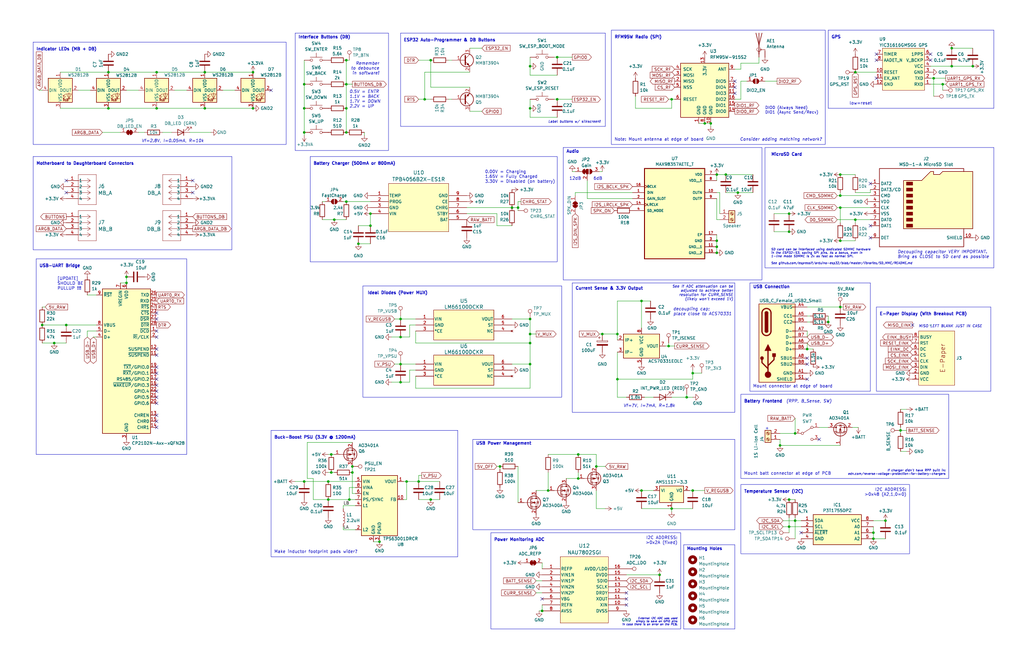
<source format=kicad_sch>
(kicad_sch (version 20230121) (generator eeschema)
  (paper "B")
  (title_block (title "Kuhglocke Ground Station") (date "2024-05-29") (rev "V1.0") (comment 3 "GRID: 1.27mm") (comment 4 "Contributors: Kennan Bays"))
  (junction (at 223.52 140.97))
  (junction (at 148.59 196.85))
  (junction (at 223.52 144.78))
  (junction (at 106.68 30.48))
  (junction (at 297.18 52.07))
  (junction (at 379.73 181.61))
  (junction (at 302.26 73.66))
  (junction (at 128.27 55.88))
  (junction (at 410.21 27.94))
  (junction (at 401.32 27.94))
  (junction (at 133.35 334.01))
  (junction (at 270.51 207.01))
  (junction (at 106.68 45.72))
  (junction (at 401.32 20.32))
  (junction (at 332.74 210.82))
  (junction (at 223.52 45.72))
  (junction (at 223.52 134.62))
  (junction (at 332.74 222.25))
  (junction (at 234.95 24.13))
  (junction (at 140.97 92.71))
  (junction (at 45.72 45.72))
  (junction (at 368.3 224.79))
  (junction (at 360.68 30.48))
  (junction (at 134.62 359.41))
  (junction (at 260.35 140.97))
  (junction (at 231.14 207.01))
  (junction (at 22.86 144.78))
  (junction (at 254 140.97))
  (junction (at 354.33 101.6))
  (junction (at 168.91 142.24))
  (junction (at 168.91 161.29))
  (junction (at 223.52 153.67))
  (junction (at 146.05 35.56))
  (junction (at 10.16 308.61))
  (junction (at 218.44 87.63))
  (junction (at 302.26 101.6))
  (junction (at 368.3 227.33))
  (junction (at 354.33 87.63))
  (junction (at 223.52 27.94))
  (junction (at 354.33 129.54))
  (junction (at 393.7 33.02))
  (junction (at 332.74 97.79))
  (junction (at 328.93 187.96))
  (junction (at 397.51 35.56))
  (junction (at 281.94 146.05))
  (junction (at 86.36 30.48))
  (junction (at 292.1 157.48))
  (junction (at 86.36 45.72))
  (junction (at 340.36 147.32))
  (junction (at 168.91 153.67))
  (junction (at 22.86 326.39))
  (junction (at 66.04 30.48))
  (junction (at 53.34 119.38))
  (junction (at 270.51 127))
  (junction (at 311.15 81.28))
  (junction (at 335.28 219.71))
  (junction (at 234.95 41.91))
  (junction (at 278.13 242.57))
  (junction (at 349.25 135.89))
  (junction (at 53.34 116.84))
  (junction (at 168.91 134.62))
  (junction (at 146.05 45.72))
  (junction (at 64.77 293.37))
  (junction (at 243.84 191.77))
  (junction (at 373.38 219.71))
  (junction (at 181.61 210.82))
  (junction (at 243.84 201.93))
  (junction (at 27.94 137.16))
  (junction (at 139.7 199.39))
  (junction (at 135.89 369.57))
  (junction (at 138.43 203.2))
  (junction (at 74.93 293.37))
  (junction (at 59.69 300.99))
  (junction (at 146.05 25.4))
  (junction (at 160.02 228.6))
  (junction (at 354.33 82.55))
  (junction (at 156.21 95.25))
  (junction (at 251.46 196.85))
  (junction (at 179.07 41.91))
  (junction (at 146.05 85.09))
  (junction (at 306.07 73.66))
  (junction (at 181.61 25.4))
  (junction (at 148.59 199.39))
  (junction (at 299.72 52.07))
  (junction (at 138.43 210.82))
  (junction (at 66.04 45.72))
  (junction (at 283.21 214.63))
  (junction (at 360.68 92.71))
  (junction (at 332.74 90.17))
  (junction (at 260.35 160.02))
  (junction (at 128.27 45.72))
  (junction (at 354.33 73.66))
  (junction (at 147.32 210.82))
  (junction (at 27.94 331.47))
  (junction (at 215.9 87.63))
  (junction (at 335.28 182.88))
  (junction (at 25.4 328.93))
  (junction (at 128.27 35.56))
  (junction (at 302.26 106.68))
  (junction (at 139.7 191.77))
  (junction (at 292.1 207.01))
  (junction (at 128.27 203.2))
  (junction (at 17.78 137.16))
  (junction (at 139.7 367.03))
  (junction (at 171.45 203.2))
  (junction (at 146.05 55.88))
  (junction (at 156.21 90.17))
  (junction (at 45.72 30.48))
  (junction (at 210.82 196.85))
  (junction (at 228.6 257.81))
  (junction (at 289.56 167.64))
  (junction (at 176.53 203.2))
  (junction (at 283.21 41.91))
  (junction (at 151.13 102.87))
  (junction (at 302.26 104.14))
  (no_connect (at 66.04 132.08))
  (no_connect (at 66.04 147.32))
  (no_connect (at 340.36 153.67))
  (no_connect (at 81.28 81.28))
  (no_connect (at 392.43 25.4))
  (no_connect (at 264.16 252.73))
  (no_connect (at 66.04 160.02))
  (no_connect (at 345.44 185.42))
  (no_connect (at 66.04 142.24))
  (no_connect (at 27.94 76.2))
  (no_connect (at 392.43 22.86))
  (no_connect (at 66.04 177.8))
  (no_connect (at 340.36 151.13))
  (no_connect (at 369.57 33.02))
  (no_connect (at 66.04 165.1))
  (no_connect (at 66.04 149.86))
  (no_connect (at 114.3 38.1))
  (no_connect (at 66.04 134.62))
  (no_connect (at 367.03 77.47))
  (no_connect (at 27.94 81.28))
  (no_connect (at 81.28 76.2))
  (no_connect (at 340.36 160.02))
  (no_connect (at 228.6 252.73))
  (no_connect (at 367.03 95.25))
  (no_connect (at 369.57 25.4))
  (no_connect (at 66.04 139.7))
  (no_connect (at 66.04 175.26))
  (no_connect (at 337.82 224.79))
  (no_connect (at 66.04 157.48))
  (no_connect (at 264.16 255.27))
  (no_connect (at 309.88 39.37))
  (no_connect (at 66.04 170.18))
  (no_connect (at 66.04 154.94))
  (no_connect (at 309.88 36.83))
  (no_connect (at 66.04 167.64))
  (no_connect (at 309.88 34.29))
  (no_connect (at 367.03 100.33))
  (no_connect (at 264.16 250.19))
  (no_connect (at 369.57 22.86))
  (no_connect (at 66.04 162.56))
  (no_connect (at 66.04 180.34))
  (no_connect (at 384.81 137.16))
  (wire (pts (xy 168.91 152.4) (xy 168.91 153.67)))
  (wire (pts (xy 151.13 95.25) (xy 156.21 95.25)))
  (wire (pts (xy 227.33 257.81) (xy 228.6 257.81)))
  (wire (pts (xy 171.45 210.82) (xy 171.45 203.2)))
  (wire (pts (xy 93.98 38.1) (xy 99.06 38.1)))
  (wire (pts (xy 120.65 367.03) (xy 139.7 367.03)))
  (wire (pts (xy 283.21 167.64) (xy 289.56 167.64)))
  (wire (pts (xy 215.9 134.62) (xy 223.52 134.62)))
  (wire (pts (xy 340.36 129.54) (xy 354.33 129.54)))
  (wire (pts (xy 354.33 73.66) (xy 360.68 73.66)))
  (wire (pts (xy 354.33 101.6) (xy 360.68 101.6)))
  (wire (pts (xy 260.35 148.59) (xy 260.35 160.02)))
  (wire (pts (xy 223.52 27.94) (xy 223.52 31.75)))
  (wire (pts (xy 332.74 222.25) (xy 332.74 224.79)))
  (wire (pts (xy 322.58 34.29) (xy 327.66 34.29)))
  (wire (pts (xy 302.26 73.66) (xy 302.26 76.2)))
  (wire (pts (xy 149.86 213.36) (xy 144.78 213.36)))
  (wire (pts (xy 27.94 331.47) (xy 29.21 331.47)))
  (wire (pts (xy 53.34 38.1) (xy 58.42 38.1)))
  (wire (pts (xy 281.94 146.05) (xy 284.48 146.05)))
  (wire (pts (xy 135.89 369.57) (xy 137.16 369.57)))
  (wire (pts (xy 20.32 323.85) (xy 29.21 323.85)))
  (wire (pts (xy 340.36 144.78) (xy 340.36 147.32)))
  (wire (pts (xy 368.3 222.25) (xy 368.3 224.79)))
  (wire (pts (xy 299.72 52.07) (xy 299.72 53.34)))
  (wire (pts (xy 16.51 38.1) (xy 17.78 38.1)))
  (wire (pts (xy 302.26 99.06) (xy 302.26 101.6)))
  (wire (pts (xy 25.4 30.48) (xy 45.72 30.48)))
  (wire (pts (xy 22.86 326.39) (xy 29.21 326.39)))
  (wire (pts (xy 243.84 191.77) (xy 251.46 191.77)))
  (wire (pts (xy 139.7 364.49) (xy 139.7 367.03)))
  (wire (pts (xy 312.42 34.29) (xy 314.96 34.29)))
  (wire (pts (xy 270.51 207.01) (xy 275.59 207.01)))
  (wire (pts (xy 247.65 76.2) (xy 247.65 83.82)))
  (wire (pts (xy 175.26 163.83) (xy 223.52 163.83)))
  (wire (pts (xy 354.33 87.63) (xy 354.33 93.98)))
  (wire (pts (xy 138.43 199.39) (xy 139.7 199.39)))
  (wire (pts (xy 140.97 92.71) (xy 146.05 92.71)))
  (wire (pts (xy 335.28 176.53) (xy 335.28 182.88)))
  (wire (pts (xy 382.27 181.61) (xy 379.73 181.61)))
  (wire (pts (xy 270.51 127) (xy 270.51 138.43)))
  (wire (pts (xy 5.08 308.61) (xy 10.16 308.61)))
  (wire (pts (xy 223.52 140.97) (xy 223.52 144.78)))
  (wire (pts (xy 20.32 323.85) (xy 20.32 336.55)))
  (wire (pts (xy 135.89 85.09) (xy 137.16 85.09)))
  (wire (pts (xy 233.68 41.91) (xy 234.95 41.91)))
  (wire (pts (xy 139.7 191.77) (xy 140.97 191.77)))
  (wire (pts (xy 17.78 328.93) (xy 25.4 328.93)))
  (wire (pts (xy 328.93 187.96) (xy 328.93 185.42)))
  (wire (pts (xy 223.52 49.53) (xy 234.95 49.53)))
  (wire (pts (xy 260.35 140.97) (xy 260.35 143.51)))
  (wire (pts (xy 189.23 25.4) (xy 190.5 25.4)))
  (wire (pts (xy 251.46 207.01) (xy 251.46 214.63)))
  (wire (pts (xy 176.53 210.82) (xy 181.61 210.82)))
  (wire (pts (xy 189.23 41.91) (xy 190.5 41.91)))
  (wire (pts (xy 393.7 33.02) (xy 398.78 33.02)))
  (wire (pts (xy 292.1 160.02) (xy 260.35 160.02)))
  (wire (pts (xy 223.52 31.75) (xy 234.95 31.75)))
  (wire (pts (xy 292.1 156.21) (xy 292.1 157.48)))
  (wire (pts (xy 302.26 104.14) (xy 302.26 106.68)))
  (wire (pts (xy 340.36 135.89) (xy 341.63 135.89)))
  (wire (pts (xy 238.76 201.93) (xy 243.84 201.93)))
  (wire (pts (xy 17.78 137.16) (xy 27.94 137.16)))
  (wire (pts (xy 309.88 41.91) (xy 312.42 41.91)))
  (wire (pts (xy 17.78 331.47) (xy 27.94 331.47)))
  (wire (pts (xy 218.44 196.85) (xy 218.44 212.09)))
  (wire (pts (xy 231.14 191.77) (xy 243.84 191.77)))
  (wire (pts (xy 354.33 81.28) (xy 354.33 82.55)))
  (wire (pts (xy 36.83 139.7) (xy 40.64 139.7)))
  (wire (pts (xy 50.8 119.38) (xy 53.34 119.38)))
  (wire (pts (xy 281.94 144.78) (xy 281.94 146.05)))
  (wire (pts (xy 367.03 81.28) (xy 367.03 80.01)))
  (wire (pts (xy 215.9 95.25) (xy 209.55 95.25)))
  (wire (pts (xy 354.33 187.96) (xy 328.93 187.96)))
  (wire (pts (xy 332.74 222.25) (xy 337.82 222.25)))
  (wire (pts (xy 215.9 153.67) (xy 223.52 153.67)))
  (wire (pts (xy 360.68 93.98) (xy 360.68 92.71)))
  (wire (pts (xy 22.86 326.39) (xy 22.86 336.55)))
  (wire (pts (xy 168.91 133.35) (xy 168.91 134.62)))
  (wire (pts (xy 175.26 144.78) (xy 223.52 144.78)))
  (wire (pts (xy 165.1 142.24) (xy 168.91 142.24)))
  (wire (pts (xy 128.27 25.4) (xy 128.27 35.56)))
  (wire (pts (xy 138.43 191.77) (xy 139.7 191.77)))
  (wire (pts (xy 302.26 73.66) (xy 306.07 73.66)))
  (wire (pts (xy 401.32 20.32) (xy 410.21 20.32)))
  (wire (pts (xy 54.61 293.37) (xy 64.77 293.37)))
  (wire (pts (xy 392.43 33.02) (xy 393.7 33.02)))
  (wire (pts (xy 233.68 24.13) (xy 234.95 24.13)))
  (wire (pts (xy 223.52 144.78) (xy 223.52 153.67)))
  (wire (pts (xy 181.61 36.83) (xy 198.12 36.83)))
  (wire (pts (xy 210.82 196.85) (xy 210.82 198.12)))
  (wire (pts (xy 223.52 45.72) (xy 223.52 49.53)))
  (wire (pts (xy 223.52 163.83) (xy 223.52 153.67)))
  (wire (pts (xy 176.53 203.2) (xy 185.42 203.2)))
  (wire (pts (xy 27.94 331.47) (xy 27.94 336.55)))
  (wire (pts (xy 353.06 92.71) (xy 360.68 92.71)))
  (wire (pts (xy 25.4 328.93) (xy 25.4 336.55)))
  (wire (pts (xy 146.05 25.4) (xy 146.05 35.56)))
  (wire (pts (xy 66.04 30.48) (xy 86.36 30.48)))
  (wire (pts (xy 270.51 214.63) (xy 283.21 214.63)))
  (wire (pts (xy 294.64 52.07) (xy 297.18 52.07)))
  (wire (pts (xy 43.18 55.88) (xy 50.8 55.88)))
  (wire (pts (xy 168.91 142.24) (xy 172.72 142.24)))
  (wire (pts (xy 270.51 127) (xy 274.32 127)))
  (wire (pts (xy 335.28 218.44) (xy 335.28 219.71)))
  (wire (pts (xy 368.3 224.79) (xy 368.3 227.33)))
  (wire (pts (xy 128.27 45.72) (xy 128.27 55.88)))
  (wire (pts (xy 209.55 95.25) (xy 209.55 90.17)))
  (wire (pts (xy 353.06 82.55) (xy 354.33 82.55)))
  (wire (pts (xy 146.05 35.56) (xy 148.59 35.56)))
  (wire (pts (xy 45.72 45.72) (xy 66.04 45.72)))
  (wire (pts (xy 289.56 167.64) (xy 292.1 167.64)))
  (wire (pts (xy 379.73 181.61) (xy 379.73 180.34)))
  (wire (pts (xy 156.21 90.17) (xy 156.21 95.25)))
  (wire (pts (xy 45.72 30.48) (xy 66.04 30.48)))
  (wire (pts (xy 146.05 45.72) (xy 146.05 55.88)))
  (wire (pts (xy 27.94 137.16) (xy 40.64 137.16)))
  (wire (pts (xy 25.4 328.93) (xy 29.21 328.93)))
  (wire (pts (xy 134.62 336.55) (xy 133.35 336.55)))
  (wire (pts (xy 144.78 223.52) (xy 149.86 223.52)))
  (wire (pts (xy 171.45 203.2) (xy 176.53 203.2)))
  (wire (pts (xy 148.59 196.85) (xy 148.59 199.39)))
  (wire (pts (xy 198.12 20.32) (xy 203.2 20.32)))
  (wire (pts (xy 260.35 160.02) (xy 260.35 167.64)))
  (wire (pts (xy 349.25 133.35) (xy 349.25 135.89)))
  (wire (pts (xy 172.72 161.29) (xy 172.72 156.21)))
  (wire (pts (xy 306.07 81.28) (xy 311.15 81.28)))
  (wire (pts (xy 401.32 27.94) (xy 410.21 27.94)))
  (wire (pts (xy 397.51 35.56) (xy 398.78 35.56)))
  (wire (pts (xy 260.35 127) (xy 270.51 127)))
  (wire (pts (xy 151.13 102.87) (xy 156.21 102.87)))
  (wire (pts (xy 176.53 25.4) (xy 181.61 25.4)))
  (wire (pts (xy 177.8 200.66) (xy 176.53 200.66)))
  (wire (pts (xy 134.62 359.41) (xy 135.89 359.41)))
  (wire (pts (xy 360.68 30.48) (xy 369.57 30.48)))
  (wire (pts (xy 234.95 41.91) (xy 241.3 41.91)))
  (wire (pts (xy 360.68 92.71) (xy 367.03 92.71)))
  (wire (pts (xy 397.51 35.56) (xy 397.51 38.1)))
  (wire (pts (xy 392.43 27.94) (xy 401.32 27.94)))
  (wire (pts (xy 393.7 33.02) (xy 393.7 40.64)))
  (wire (pts (xy 303.53 81.28) (xy 302.26 81.28)))
  (wire (pts (xy 354.33 87.63) (xy 367.03 87.63)))
  (wire (pts (xy 179.07 41.91) (xy 176.53 41.91)))
  (wire (pts (xy 266.7 81.28) (xy 242.57 81.28)))
  (wire (pts (xy 267.97 40.64) (xy 267.97 45.72)))
  (wire (pts (xy 368.3 227.33) (xy 373.38 227.33)))
  (wire (pts (xy 241.3 72.39) (xy 242.57 72.39)))
  (wire (pts (xy 228.6 237.49) (xy 228.6 240.03)))
  (wire (pts (xy 379.73 172.72) (xy 382.27 172.72)))
  (wire (pts (xy 311.15 81.28) (xy 317.5 81.28)))
  (wire (pts (xy 181.61 210.82) (xy 185.42 210.82)))
  (wire (pts (xy 228.6 255.27) (xy 228.6 257.81)))
  (wire (pts (xy 312.42 41.91) (xy 312.42 34.29)))
  (wire (pts (xy 292.1 207.01) (xy 297.18 207.01)))
  (wire (pts (xy 303.53 90.17) (xy 303.53 81.28)))
  (wire (pts (xy 144.78 85.09) (xy 146.05 85.09)))
  (wire (pts (xy 198.12 30.48) (xy 179.07 30.48)))
  (wire (pts (xy 132.08 210.82) (xy 138.43 210.82)))
  (wire (pts (xy 260.35 127) (xy 260.35 140.97)))
  (wire (pts (xy 332.74 210.82) (xy 335.28 210.82)))
  (wire (pts (xy 64.77 293.37) (xy 74.93 293.37)))
  (wire (pts (xy 379.73 190.5) (xy 382.27 190.5)))
  (wire (pts (xy 80.01 55.88) (xy 88.9 55.88)))
  (wire (pts (xy 166.37 134.62) (xy 168.91 134.62)))
  (wire (pts (xy 166.37 153.67) (xy 168.91 153.67)))
  (wire (pts (xy 68.58 55.88) (xy 72.39 55.88)))
  (wire (pts (xy 196.85 87.63) (xy 215.9 87.63)))
  (wire (pts (xy 218.44 85.09) (xy 218.44 87.63)))
  (wire (pts (xy 176.53 200.66) (xy 176.53 203.2)))
  (wire (pts (xy 283.21 214.63) (xy 283.21 215.9)))
  (wire (pts (xy 149.86 208.28) (xy 148.59 208.28)))
  (wire (pts (xy 368.3 219.71) (xy 373.38 219.71)))
  (wire (pts (xy 36.83 124.46) (xy 40.64 124.46)))
  (wire (pts (xy 196.85 90.17) (xy 209.55 90.17)))
  (wire (pts (xy 175.26 158.75) (xy 175.26 163.83)))
  (wire (pts (xy 252.73 140.97) (xy 254 140.97)))
  (wire (pts (xy 39.37 142.24) (xy 40.64 142.24)))
  (wire (pts (xy 74.93 293.37) (xy 74.93 303.53)))
  (wire (pts (xy 231.14 199.39) (xy 231.14 207.01)))
  (wire (pts (xy 359.41 180.34) (xy 361.95 180.34)))
  (wire (pts (xy 172.72 142.24) (xy 172.72 137.16)))
  (wire (pts (xy 147.32 210.82) (xy 147.32 205.74)))
  (wire (pts (xy 128.27 55.88) (xy 128.27 57.15)))
  (wire (pts (xy 135.89 92.71) (xy 140.97 92.71)))
  (wire (pts (xy 340.36 147.32) (xy 342.9 147.32)))
  (wire (pts (xy 157.48 228.6) (xy 160.02 228.6)))
  (wire (pts (xy 379.73 181.61) (xy 379.73 182.88)))
  (wire (pts (xy 132.08 210.82) (xy 132.08 201.93)))
  (wire (pts (xy 302.26 92.71) (xy 303.53 92.71)))
  (wire (pts (xy 25.4 45.72) (xy 45.72 45.72)))
  (wire (pts (xy 247.65 83.82) (xy 266.7 83.82)))
  (wire (pts (xy 226.06 207.01) (xy 231.14 207.01)))
  (wire (pts (xy 283.21 41.91) (xy 284.48 41.91)))
  (wire (pts (xy 290.83 207.01) (xy 292.1 207.01)))
  (wire (pts (xy 335.28 219.71) (xy 335.28 227.33)))
  (wire (pts (xy 175.26 139.7) (xy 175.26 144.78)))
  (wire (pts (xy 223.52 140.97) (xy 226.06 140.97)))
  (wire (pts (xy 271.78 167.64) (xy 275.59 167.64)))
  (wire (pts (xy 330.2 219.71) (xy 335.28 219.71)))
  (wire (pts (xy 198.12 46.99) (xy 203.2 46.99)))
  (wire (pts (xy 133.35 336.55) (xy 133.35 334.01)))
  (wire (pts (xy 172.72 156.21) (xy 175.26 156.21)))
  (wire (pts (xy 218.44 87.63) (xy 218.44 88.9)))
  (wire (pts (xy 354.33 129.54) (xy 355.6 129.54)))
  (wire (pts (xy 168.91 161.29) (xy 172.72 161.29)))
  (wire (pts (xy 149.86 210.82) (xy 147.32 210.82)))
  (wire (pts (xy 326.39 90.17) (xy 332.74 90.17)))
  (wire (pts (xy 354.33 82.55) (xy 367.03 82.55)))
  (wire (pts (xy 144.78 213.36) (xy 144.78 214.63)))
  (wire (pts (xy 297.18 52.07) (xy 299.72 52.07)))
  (wire (pts (xy 33.02 38.1) (xy 38.1 38.1)))
  (wire (pts (xy 226.06 250.19) (xy 228.6 250.19)))
  (wire (pts (xy 223.52 24.13) (xy 223.52 27.94)))
  (wire (pts (xy 10.16 308.61) (xy 29.21 308.61)))
  (wire (pts (xy 148.59 199.39) (xy 148.59 208.28)))
  (wire (pts (xy 54.61 300.99) (xy 59.69 300.99)))
  (wire (pts (xy 302.26 101.6) (xy 302.26 104.14)))
  (wire (pts (xy 170.18 210.82) (xy 171.45 210.82)))
  (wire (pts (xy 139.7 367.03) (xy 140.97 367.03)))
  (wire (pts (xy 267.97 45.72) (xy 283.21 45.72)))
  (wire (pts (xy 326.39 97.79) (xy 332.74 97.79)))
  (wire (pts (xy 345.44 180.34) (xy 349.25 180.34)))
  (wire (pts (xy 254 140.97) (xy 260.35 140.97)))
  (wire (pts (xy 58.42 55.88) (xy 60.96 55.88)))
  (wire (pts (xy 134.62 356.87) (xy 134.62 359.41)))
  (wire (pts (xy 135.89 369.57) (xy 135.89 372.11)))
  (wire (pts (xy 289.56 166.37) (xy 289.56 167.64)))
  (wire (pts (xy 149.86 205.74) (xy 147.32 205.74)))
  (wire (pts (xy 252.73 72.39) (xy 254 72.39)))
  (wire (pts (xy 320.04 26.67) (xy 320.04 24.13)))
  (wire (pts (xy 283.21 41.91) (xy 281.94 41.91)))
  (wire (pts (xy 332.74 218.44) (xy 332.74 222.25)))
  (wire (pts (xy 120.65 359.41) (xy 134.62 359.41)))
  (wire (pts (xy 138.43 210.82) (xy 147.32 210.82)))
  (wire (pts (xy 129.54 201.93) (xy 129.54 186.69)))
  (wire (pts (xy 17.78 129.54) (xy 19.05 129.54)))
  (wire (pts (xy 280.67 146.05) (xy 281.94 146.05)))
  (wire (pts (xy 179.07 30.48) (xy 179.07 41.91)))
  (wire (pts (xy 124.46 203.2) (xy 128.27 203.2)))
  (wire (pts (xy 302.26 83.82) (xy 302.26 92.71)))
  (wire (pts (xy 146.05 35.56) (xy 146.05 45.72)))
  (wire (pts (xy 17.78 144.78) (xy 22.86 144.78)))
  (wire (pts (xy 335.28 219.71) (xy 337.82 219.71)))
  (wire (pts (xy 17.78 326.39) (xy 22.86 326.39)))
  (wire (pts (xy 330.2 222.25) (xy 332.74 222.25)))
  (wire (pts (xy 144.78 222.25) (xy 144.78 223.52)))
  (wire (pts (xy 360.68 81.28) (xy 367.03 81.28)))
  (wire (pts (xy 120.65 334.01) (xy 133.35 334.01)))
  (wire (pts (xy 309.88 29.21) (xy 312.42 29.21)))
  (wire (pts (xy 120.65 369.57) (xy 135.89 369.57)))
  (wire (pts (xy 139.7 199.39) (xy 140.97 199.39)))
  (wire (pts (xy 86.36 30.48) (xy 106.68 30.48)))
  (wire (pts (xy 306.07 73.66) (xy 317.5 73.66)))
  (wire (pts (xy 165.1 161.29) (xy 168.91 161.29)))
  (wire (pts (xy 283.21 45.72) (xy 283.21 41.91)))
  (wire (pts (xy 340.36 133.35) (xy 341.63 133.35)))
  (wire (pts (xy 128.27 203.2) (xy 138.43 203.2)))
  (wire (pts (xy 138.43 203.2) (xy 149.86 203.2)))
  (wire (pts (xy 53.34 116.84) (xy 53.34 119.38)))
  (wire (pts (xy 168.91 134.62) (xy 175.26 134.62)))
  (wire (pts (xy 260.35 167.64) (xy 264.16 167.64)))
  (wire (pts (xy 251.46 214.63) (xy 255.27 214.63)))
  (wire (pts (xy 219.71 85.09) (xy 218.44 85.09)))
  (wire (pts (xy 168.91 153.67) (xy 175.26 153.67)))
  (wire (pts (xy 340.36 139.7) (xy 340.36 142.24)))
  (wire (pts (xy 215.9 87.63) (xy 218.44 87.63)))
  (wire (pts (xy 243.84 199.39) (xy 243.84 201.93)))
  (wire (pts (xy 223.52 134.62) (xy 223.52 140.97)))
  (wire (pts (xy 251.46 196.85) (xy 255.27 196.85)))
  (wire (pts (xy 153.67 55.88) (xy 153.67 57.15)))
  (wire (pts (xy 22.86 144.78) (xy 27.94 144.78)))
  (wire (pts (xy 66.04 45.72) (xy 86.36 45.72)))
  (wire (pts (xy 392.43 35.56) (xy 397.51 35.56)))
  (wire (pts (xy 251.46 191.77) (xy 251.46 196.85)))
  (wire (pts (xy 148.59 186.69) (xy 129.54 186.69)))
  (wire (pts (xy 181.61 25.4) (xy 181.61 36.83)))
  (wire (pts (xy 353.06 87.63) (xy 354.33 87.63)))
  (wire (pts (xy 73.66 38.1) (xy 78.74 38.1)))
  (wire (pts (xy 226.06 245.11) (xy 228.6 245.11)))
  (wire (pts (xy 209.55 196.85) (xy 210.82 196.85)))
  (wire (pts (xy 312.42 26.67) (xy 320.04 26.67)))
  (wire (pts (xy 242.57 81.28) (xy 242.57 82.55)))
  (wire (pts (xy 234.95 24.13) (xy 241.3 24.13)))
  (wire (pts (xy 36.83 139.7) (xy 36.83 142.24)))
  (wire (pts (xy 128.27 35.56) (xy 128.27 45.72)))
  (wire (pts (xy 59.69 300.99) (xy 64.77 300.99)))
  (wire (pts (xy 292.1 157.48) (xy 292.1 160.02)))
  (wire (pts (xy 132.08 201.93) (xy 129.54 201.93)))
  (wire (pts (xy 146.05 25.4) (xy 147.32 25.4)))
  (wire (pts (xy 172.72 137.16) (xy 175.26 137.16)))
  (wire (pts (xy 223.52 41.91) (xy 223.52 45.72)))
  (wire (pts (xy 264.16 242.57) (xy 278.13 242.57)))
  (wire (pts (xy 179.07 41.91) (xy 181.61 41.91)))
  (wire (pts (xy 86.36 45.72) (xy 106.68 45.72)))
  (wire (pts (xy 171.45 203.2) (xy 170.18 203.2)))
  (wire (pts (xy 292.1 157.48) (xy 295.91 157.48)))
  (wire (pts (xy 328.93 182.88) (xy 335.28 182.88)))
  (wire (pts (xy 283.21 214.63) (xy 292.1 214.63)))
  (wire (pts (xy 312.42 29.21) (xy 312.42 26.67)))
  (wire (pts (xy 146.05 85.09) (xy 156.21 85.09)))
  (rectangle (start 124.46 13.97) (end 163.83 63.5))
  (rectangle (start 312.42 204.47) (end 383.54 233.68))
  (rectangle (start 0 284.48) (end 158.75 392.43))
  (rectangle (start 322.58 62.23) (end 419.1 113.03))
  (rectangle (start 130.81 66.04) (end 234.95 110.49))
  (rectangle (start 114.3 181.61) (end 193.04 234.95))
  (rectangle (start 199.39 185.42) (end 309.88 223.52))
  (rectangle (start 13.97 17.78) (end 120.65 60.96))
  (rectangle (start 369.57 129.54) (end 417.83 165.1))
  (rectangle (start 237.49 62.23) (end 321.31 118.11))
  (rectangle (start 241.3 119.38) (end 309.88 173.99))
  (rectangle (start 15.24 109.22) (end 78.74 191.77))
  (rectangle (start 257.81 12.7) (end 347.98 60.96))
  (rectangle (start 316.23 119.38) (end 367.03 165.1))
  (rectangle (start 168.91 13.97) (end 255.27 53.34))
  (rectangle (start 349.25 12.7) (end 419.1 45.72))
  (rectangle (start 312.42 166.37) (end 400.05 201.93))
  (rectangle (start 13.97 66.04) (end 97.79 105.41))
  (rectangle (start 288.29 229.87) (end 309.88 265.43))
  (rectangle (start 153.035 120.65) (end 236.855 167.64))
  (rectangle (start 207.01 224.79) (end 287.02 265.43))
  (text "decoupling cap;\nplace close to ACS70331" (at 283.845 133.35 0) (effects (font (size 1.27 1.27) italic) (justify left bottom)))
  (text "Ideal Diodes (Power MUX)" (at 154.94 124.46 0) (effects (font (size 1.27 1.27) (thickness 0.254) bold) (justify left bottom)))
  (text "USB-UART Bridge" (at 16.51 113.03 0) (effects (font (size 1.27 1.27) (thickness 0.254) bold) (justify left bottom)))
  (text "If charger didn't have RPP built in:\nedn.com/reverse-voltage-protection-for-battery-chargers" (at 398.78 200.66 0) (effects (font (size 0.9 0.9) italic) (justify right bottom)))
  (text "Current Sense & 3.3V Output" (at 242.57 122.555 0) (effects (font (size 1.27 1.27) (thickness 0.254) bold) (justify left bottom)))
  (text "6dB" (at 250.19 76.2 0) (effects (font (size 1.27 1.27)) (justify left bottom)))
  (text "5V_OFF **MUST** be on a pin that does not glitch high" (at 82.55 387.35 0) (effects (font (size 1.27 1.27)) (justify left bottom)))
  (text "Motherboard to Daughterboard Connectors" (at 15.24 69.85 0) (effects (font (size 1.27 1.27) bold) (justify left bottom)))
  (text "Mount batt connector at edge of PCB" (at 313.69 200.66 0) (effects (font (size 1.27 1.27)) (justify left bottom)))
  (text "*only pulldown" (at 95.516 375.2681 0) (effects (font (size 1.27 1.27)) (justify left bottom)))
  (text "low=reset" (at 358.14 44.45 0) (effects (font (size 1.27 1.27)) (justify left bottom)))
  (text "0.00V = Charging\n1.65V = Fully Charged\n3.30V = Disabled (on battery)" (at 204.47 77.47 0) (effects (font (size 1.27 1.27)) (justify left bottom)))
  (text "YOU NEED TO BURN THE E-FUSES TO\nDISABLE JTAG TO USE GPIO 39/40/41/42." (at 157.48 289.56 0) (effects (font (size 1.27 1.27)) (justify right bottom)))
  (text "*only pulldown" (at 95.6987 372.8013 0) (effects (font (size 1.27 1.27)) (justify left bottom)))
  (text "I2C ADDRESS:\n>0x2A (fixed)" (at 285.75 229.87 0) (effects (font (size 1.27 1.27)) (justify right bottom)))
  (text "SD card can be interfaced using dedicated SDMMC hardware\nin the ESP32-S3, saving SPI pins. As a bonus, even in\n1-line mode SDMMC is 2x as fast as normal SPI.\n\nSee github.com/espressif/arduino-esp32/blob/master/libraries/SD_MMC/README.md" (at 325.12 111.76 0) (effects (font (size 0.9 0.9) italic) (justify left bottom)))
  (text "Battery Frontend" (at 313.69 170.18 0) (effects (font (size 1.27 1.27) bold) (justify left bottom)))
  (text "I2C ADDRESS:\n>0x48 (A2,1,0=0)" (at 382.27 209.55 0) (effects (font (size 1.27 1.27)) (justify right bottom)))
  (text "Place close\nto ESP32" (at 16.51 306.07 0) (effects (font (size 0.9 0.9) italic) (justify left bottom)))
  (text "(RPP, B_Sense, SW)" (at 331.47 170.18 0) (effects (font (size 1.27 1.27) italic) (justify left bottom)))
  (text "ESP32-S3 MCU" (at 1.27 288.29 0) (effects (font (size 1.27 1.27) (thickness 0.254) bold) (justify left bottom)))
  (text "Mounting Holes" (at 289.56 232.41 0) (effects (font (size 1.27 1.27) (thickness 0.254) bold) (justify left bottom)))
  (text "[UPDATE]\nSHOULD BE\nPULLUP !!!" (at 24.13 122.555 0) (effects (font (size 1.27 1.27)) (justify left bottom)))
  (text "Temperature Sensor (I2C)" (at 313.69 208.28 0) (effects (font (size 1.27 1.27) (thickness 0.254) bold) (justify left bottom)))
  (text "USB Power Management" (at 200.66 187.96 0) (effects (font (size 1.27 1.27) (thickness 0.254) bold) (justify left bottom)))
  (text "USB Connection" (at 317.5 121.92 0) (effects (font (size 1.27 1.27) (thickness 0.254) bold) (justify left bottom)))
  (text "Interface Buttons (DB)" (at 125.73 16.51 0) (effects (font (size 1.27 1.27) bold) (justify left bottom)))
  (text "Make inductor footprint pads wider?" (at 115.57 233.68 0) (effects (font (size 1.27 1.27)) (justify left bottom)))
  (text "E-Paper Display (With Breakout PCB)" (at 370.84 133.35 0) (effects (font (size 1.27 1.27) bold) (justify left bottom)))
  (text "+" (at 322.58 181.61 0) (effects (font (size 1.27 1.27)) (justify left bottom)))
  (text "Vf=2.8V, I=0.05mA, R=10k" (at 59.69 60.325 0) (effects (font (size 1.27 1.27) italic) (justify left bottom)))
  (text "MISO LEFT BLANK JUST IN CASE" (at 387.35 138.43 0) (effects (font (size 1.1 1.1) italic) (justify left bottom)))
  (text "SDMMC HW Pins" (at 33.02 372.11 0) (effects (font (size 1 1)) (justify left bottom)))
  (text "See if ADC attenuation can be\nadjusted to achieve better\nresolution for CURR_SENSE\n(likely won't exceed 1V)" (at 309.245 127 0) (effects (font (size 1.1 1.1) italic) (justify right bottom)))
  (text "ESP32 Auto-Programmer & DB Buttons" (at 170.18 17.78 0) (effects (font (size 1.27 1.27) bold) (justify left bottom)))
  (text "Consider adding matching network?" (at 346.71 59.69 0) (effects (font (size 1.27 1.27) italic) (justify right bottom)))
  (text "Indicator LEDs (MB + DB)" (at 15.24 21.59 0) (effects (font (size 1.27 1.27) bold) (justify left bottom)))
  (text "Label buttons w/ silkscreen!" (at 231.14 52.07 0) (effects (font (size 1 1) italic) (justify left bottom)))
  (text "Audio" (at 238.76 64.77 0) (effects (font (size 1.27 1.27) (thickness 0.254) bold) (justify left bottom)))
  (text "Place close\nto ESP32" (at 57.15 292.1 0) (effects (font (size 0.9 0.9) italic) (justify left bottom)))
  (text "Power Monitoring ADC" (at 208.28 228.6 0) (effects (font (size 1.27 1.27) (thickness 0.254) bold) (justify left bottom)))
  (text "GPS" (at 350.52 16.51 0) (effects (font (size 1.27 1.27) (thickness 0.254) bold) (justify left bottom)))
  (text "Remember\nto debounce\nin software!" (at 160.02 31.75 0) (effects (font (size 1.27 1.27) italic) (justify right bottom)))
  (text "Decoupling capacitor VERY IMPORTANT.\nBring as CLOSE to SD card as possible" (at 378.46 109.22 0) (effects (font (size 1.27 1.27) italic) (justify left bottom)))
  (text "RFM95W Radio (SPI)" (at 259.08 16.51 0) (effects (font (size 1.27 1.27) bold) (justify left bottom)))
  (text "*only pulldown" (at 77.2161 332.1551 0) (effects (font (size 1.27 1.27)) (justify left bottom)))
  (text "Note: Mount antenna at edge of board" (at 259.08 59.69 0) (effects (font (size 1.27 1.27)) (justify left bottom)))
  (text "12dB" (at 240.03 76.2 0) (effects (font (size 1.27 1.27)) (justify left bottom)))
  (text "0.5V = ENTR\n1.1V = BACK\n1.7V = DOWN\n2.2V = UP" (at 147.32 45.72 0) (effects (font (size 1.27 1.27) italic) (justify left bottom)))
  (text "Vf=?V, I=?mA, R=1.8k" (at 262.89 172.085 0) (effects (font (size 1.27 1.27) italic) (justify left bottom)))
  (text "MicroSD Card" (at 325.12 66.04 0) (effects (font (size 1.27 1.27) (thickness 0.254) bold) (justify left bottom)))
  (text "Buck-Boost PSU (3.3V @ 1200mA)" (at 115.57 185.42 0) (effects (font (size 1.27 1.27) bold) (justify left bottom)))
  (text "DIO0 (Always Need)\nDIO1 (Async Send/Recv)" (at 322.58 48.26 0) (effects (font (size 1.2 1.2)) (justify left bottom)))
  (text "Change WiFi TX PWR to 14dB" (at 59.69 336.55 0) (effects (font (size 1.27 1.27) italic) (justify left bottom)))
  (text "External I2C ADC was used\nsimply to save on GPIO pins\nin case there is an error on the PCB." (at 285.75 264.16 0) (effects (font (size 0.8 0.8) italic) (justify right bottom)))
  (text "Mount connector at edge of board\n" (at 317.5 163.83 0) (effects (font (size 1.27 1.27)) (justify left bottom)))
  (text "Battery Charger (500mA or 800mA)" (at 132.08 69.85 0) (effects (font (size 1.27 1.27) bold) (justify left bottom)))
  (label "LB" (at 144.78 213.36 0))
  (label "LA" (at 144.78 223.52 0))
  (global_label "RESET_RF" (shape input) (at 281.94 41.91 180) (property "Intersheetrefs" "${INTERSHEET_REFS}" (effects hide)))
  (global_label "MOSI_RF" (shape input) (at 284.48 31.75 180) (property "Intersheetrefs" "${INTERSHEET_REFS}" (effects hide)))
  (global_label "ARGB_DATA_DB" (shape output) (at 81.28 96.52 0) (property "Intersheetrefs" "${INTERSHEET_REFS}" (effects hide)))
  (global_label "DIO0_RF" (shape output) (at 309.88 46.99 0) (property "Intersheetrefs" "${INTERSHEET_REFS}" (effects hide)))
  (global_label "CS_EINK" (shape input) (at 384.81 149.86 180) (property "Intersheetrefs" "${INTERSHEET_REFS}" (effects hide)))
  (global_label "ESP32_EN" (shape input) (at 5.08 308.61 270) (property "Intersheetrefs" "${INTERSHEET_REFS}" (effects hide)))
  (global_label "ARGB_DATA" (shape output) (at 120.65 374.65 0) (property "Intersheetrefs" "${INTERSHEET_REFS}" (effects hide)))
  (global_label "MISO_EINK" (shape input) (at 17.78 331.47 180) (property "Intersheetrefs" "${INTERSHEET_REFS}" (effects hide)))
  (global_label "BATT_SENSE" (shape input) (at 226.06 245.11 180) (property "Intersheetrefs" "${INTERSHEET_REFS}" (effects hide)))
  (global_label "CMD_SDMMC" (shape input) (at 353.06 82.55 180) (property "Intersheetrefs" "${INTERSHEET_REFS}" (effects hide)))
  (global_label "I2S_LRCLK_SPK" (shape output) (at 135.89 359.41 0) (property "Intersheetrefs" "${INTERSHEET_REFS}" (effects hide)))
  (global_label "RAW_BATT" (shape input) (at 335.28 176.53 180) (property "Intersheetrefs" "${INTERSHEET_REFS}" (effects hide)))
  (global_label "DIO0_RF" (shape input) (at 120.65 336.55 0) (property "Intersheetrefs" "${INTERSHEET_REFS}" (effects hide)))
  (global_label "MOSI_EINK" (shape input) (at 384.81 154.94 180) (property "Intersheetrefs" "${INTERSHEET_REFS}" (effects hide)))
  (global_label "GPIO0" (shape output) (at 241.3 24.13 0) (property "Intersheetrefs" "${INTERSHEET_REFS}" (effects hide)))
  (global_label "SCK_EINK" (shape output) (at 120.65 354.33 0) (property "Intersheetrefs" "${INTERSHEET_REFS}" (effects hide)))
  (global_label "RESET_RF" (shape output) (at 120.65 341.63 0) (property "Intersheetrefs" "${INTERSHEET_REFS}" (effects hide)))
  (global_label "SPK_ON" (shape output) (at 17.78 328.93 180) (property "Intersheetrefs" "${INTERSHEET_REFS}" (effects hide)))
  (global_label "I2S_LRCLK_SPK" (shape input) (at 266.7 86.36 180) (property "Intersheetrefs" "${INTERSHEET_REFS}" (effects hide)))
  (global_label "V_REGUSB" (shape output) (at 297.18 207.01 0) (property "Intersheetrefs" "${INTERSHEET_REFS}" (effects hide)))
  (global_label "CURR_SENSE" (shape output) (at 284.48 146.05 0) (property "Intersheetrefs" "${INTERSHEET_REFS}" (effects hide)))
  (global_label "EINK_DC" (shape input) (at 384.81 147.32 180) (property "Intersheetrefs" "${INTERSHEET_REFS}" (effects hide)))
  (global_label "5V_RAW" (shape input) (at 255.27 196.85 0) (property "Intersheetrefs" "${INTERSHEET_REFS}" (effects hide)))
  (global_label "5V_OFF" (shape output) (at 120.65 331.47 0) (property "Intersheetrefs" "${INTERSHEET_REFS}" (effects hide)))
  (global_label "ARGB_DATA" (shape input) (at 43.18 55.88 180) (property "Intersheetrefs" "${INTERSHEET_REFS}" (effects hide)))
  (global_label "DTR" (shape output) (at 66.04 137.16 0) (property "Intersheetrefs" "${INTERSHEET_REFS}" (effects hide)))
  (global_label "RTS" (shape input) (at 176.53 41.91 180) (property "Intersheetrefs" "${INTERSHEET_REFS}" (effects hide)))
  (global_label "GPIO0" (shape input) (at 120.65 323.85 0) (property "Intersheetrefs" "${INTERSHEET_REFS}" (effects hide)))
  (global_label "UART0_TX" (shape output) (at 120.65 308.61 0) (property "Intersheetrefs" "${INTERSHEET_REFS}" (effects hide)))
  (global_label "USB_D-" (shape bidirectional) (at 340.36 142.24 0) (property "Intersheetrefs" "${INTERSHEET_REFS}" (effects hide)))
  (global_label "5V_OFF" (shape input) (at 209.55 196.85 180) (property "Intersheetrefs" "${INTERSHEET_REFS}" (effects hide)))
  (global_label "USB_D+" (shape bidirectional) (at 39.37 142.24 270) (property "Intersheetrefs" "${INTERSHEET_REFS}" (effects hide)))
  (global_label "CS_EINK" (shape output) (at 120.65 351.79 0) (property "Intersheetrefs" "${INTERSHEET_REFS}" (effects hide)))
  (global_label "RTS" (shape output) (at 66.04 129.54 0) (property "Intersheetrefs" "${INTERSHEET_REFS}" (effects hide)))
  (global_label "BUTTONS_DB" (shape output) (at 148.59 35.56 0) (property "Intersheetrefs" "${INTERSHEET_REFS}" (effects hide)))
  (global_label "SCK_EINK" (shape input) (at 384.81 152.4 180) (property "Intersheetrefs" "${INTERSHEET_REFS}" (effects hide)))
  (global_label "UART0_RX" (shape input) (at 120.65 311.15 0) (property "Intersheetrefs" "${INTERSHEET_REFS}" (effects hide)))
  (global_label "MISO_RF" (shape input) (at 120.65 364.49 0) (property "Intersheetrefs" "${INTERSHEET_REFS}" (effects hide)))
  (global_label "SPK_ON" (shape input) (at 259.08 88.9 180) (property "Intersheetrefs" "${INTERSHEET_REFS}" (effects hide)))
  (global_label "I2C_SCL" (shape output) (at 120.65 377.19 0) (property "Intersheetrefs" "${INTERSHEET_REFS}" (effects hide)))
  (global_label "BUTTONS_DB" (shape input) (at 81.28 91.44 0) (property "Intersheetrefs" "${INTERSHEET_REFS}" (effects hide)))
  (global_label "UART0_TX" (shape input) (at 66.04 127 0) (property "Intersheetrefs" "${INTERSHEET_REFS}" (effects hide)))
  (global_label "CLK_SDMMC" (shape output) (at 29.21 377.19 180) (property "Intersheetrefs" "${INTERSHEET_REFS}" (effects hide)))
  (global_label "UART1_GPS_TX" (shape output) (at 120.65 316.23 0) (property "Intersheetrefs" "${INTERSHEET_REFS}" (effects hide)))
  (global_label "CHRG_STAT" (shape output) (at 219.71 85.09 0) (property "Intersheetrefs" "${INTERSHEET_REFS}" (effects hide)))
  (global_label "GPIO0" (shape input) (at 203.2 46.99 0) (property "Intersheetrefs" "${INTERSHEET_REFS}" (effects hide)))
  (global_label "MISO_EINK" (shape output) (at 384.81 137.16 180) (property "Intersheetrefs" "${INTERSHEET_REFS}" (effects hide)))
  (global_label "I2S_BCLK_SPK" (shape input) (at 266.7 78.74 180) (property "Intersheetrefs" "${INTERSHEET_REFS}" (effects hide)))
  (global_label "I2S_DIN_SPK" (shape output) (at 140.97 367.03 0) (property "Intersheetrefs" "${INTERSHEET_REFS}" (effects hide)))
  (global_label "USB_D+" (shape bidirectional) (at 340.36 144.78 0) (property "Intersheetrefs" "${INTERSHEET_REFS}" (effects hide)))
  (global_label "UART1_GPS_RX" (shape output) (at 398.78 33.02 0) (property "Intersheetrefs" "${INTERSHEET_REFS}" (effects hide)))
  (global_label "RAW_BATT" (shape input) (at 196.85 92.71 0) (property "Intersheetrefs" "${INTERSHEET_REFS}" (effects hide)))
  (global_label "SCK_RF" (shape output) (at 29.21 318.77 180) (property "Intersheetrefs" "${INTERSHEET_REFS}" (effects hide)))
  (global_label "DTR" (shape input) (at 176.53 25.4 180) (property "Intersheetrefs" "${INTERSHEET_REFS}" (effects hide)))
  (global_label "MOSI_RF" (shape output) (at 120.65 361.95 0) (property "Intersheetrefs" "${INTERSHEET_REFS}" (effects hide)))
  (global_label "I2C_SDA" (shape bidirectional) (at 264.16 245.11 0) (property "Intersheetrefs" "${INTERSHEET_REFS}" (effects hide)))
  (global_label "RESET_EINK" (shape input) (at 384.81 144.78 180) (property "Intersheetrefs" "${INTERSHEET_REFS}" (effects hide)))
  (global_label "I2C_SDA" (shape bidirectional) (at 120.65 379.73 0) (property "Intersheetrefs" "${INTERSHEET_REFS}" (effects hide)))
  (global_label "V_MUX" (shape output) (at 226.06 140.97 0) (property "Intersheetrefs" "${INTERSHEET_REFS}" (effects hide)))
  (global_label "EINK_DC" (shape output) (at 120.65 349.25 0) (property "Intersheetrefs" "${INTERSHEET_REFS}" (effects hide)))
  (global_label "GPS_RST" (shape output) (at 120.65 344.17 0) (property "Intersheetrefs" "${INTERSHEET_REFS}" (effects hide)))
  (global_label "SCK_RF" (shape input) (at 284.48 29.21 180) (property "Intersheetrefs" "${INTERSHEET_REFS}" (effects hide)))
  (global_label "CS_RF" (shape input) (at 284.48 36.83 180) (property "Intersheetrefs" "${INTERSHEET_REFS}" (effects hide)))
  (global_label "ESP32_EN" (shape input) (at 203.2 20.32 0) (property "Intersheetrefs" "${INTERSHEET_REFS}" (effects hide)))
  (global_label "5V_RAW" (shape input) (at 19.05 129.54 0) (property "Intersheetrefs" "${INTERSHEET_REFS}" (effects hide)))
  (global_label "CHRG_STAT" (shape input) (at 120.65 328.93 0) (property "Intersheetrefs" "${INTERSHEET_REFS}" (effects hide)))
  (global_label "I2C_SCL" (shape input) (at 330.2 222.25 180) (property "Intersheetrefs" "${INTERSHEET_REFS}" (effects hide)))
  (global_label "EINK_BUSY" (shape output) (at 384.81 142.24 180) (property "Intersheetrefs" "${INTERSHEET_REFS}" (effects hide)))
  (global_label "EINK_BUSY" (shape input) (at 17.78 326.39 180) (property "Intersheetrefs" "${INTERSHEET_REFS}" (effects hide)))
  (global_label "D0_SDMMC" (shape bidirectional) (at 29.21 379.73 180) (property "Intersheetrefs" "${INTERSHEET_REFS}" (effects hide)))
  (global_label "ARGB_DATA" (shape input) (at 27.94 96.52 180) (property "Intersheetrefs" "${INTERSHEET_REFS}" (effects hide)))
  (global_label "DIO1_RF" (shape input) (at 120.65 339.09 0) (property "Intersheetrefs" "${INTERSHEET_REFS}" (effects hide)))
  (global_label "CMD_SDMMC" (shape output) (at 29.21 374.65 180) (property "Intersheetrefs" "${INTERSHEET_REFS}" (effects hide)))
  (global_label "DIO2_RF" (shape input) (at 134.62 336.55 0) (property "Intersheetrefs" "${INTERSHEET_REFS}" (effects hide)))
  (global_label "GPS_RST" (shape input) (at 360.68 30.48 270) (property "Intersheetrefs" "${INTERSHEET_REFS}" (effects hide)))
  (global_label "I2S_BCLK_SPK" (shape output) (at 137.16 369.57 0) (property "Intersheetrefs" "${INTERSHEET_REFS}" (effects hide)))
  (global_label "I2C_SDA" (shape bidirectional) (at 330.2 219.71 180) (property "Intersheetrefs" "${INTERSHEET_REFS}" (effects hide)))
  (global_label "V_MUX" (shape input) (at 252.73 140.97 180) (property "Intersheetrefs" "${INTERSHEET_REFS}" (effects hide)))
  (global_label "CURR_SENSE" (shape input) (at 226.06 250.19 180) (property "Intersheetrefs" "${INTERSHEET_REFS}" (effects hide)))
  (global_label "V_REGUSB" (shape input) (at 166.37 134.62 180) (property "Intersheetrefs" "${INTERSHEET_REFS}" (effects hide)))
  (global_label "UART1_GPS_TX" (shape input) (at 398.78 35.56 0) (property "Intersheetrefs" "${INTERSHEET_REFS}" (effects hide)))
  (global_label "V_PSU" (shape output) (at 177.8 200.66 0) (property "Intersheetrefs" "${INTERSHEET_REFS}" (effects hide)))
  (global_label "MISO_RF" (shape output) (at 284.48 34.29 180) (property "Intersheetrefs" "${INTERSHEET_REFS}" (effects hide)))
  (global_label "DIO1_RF" (shape output) (at 309.88 44.45 0) (property "Intersheetrefs" "${INTERSHEET_REFS}" (effects hide)))
  (global_label "D0_SDMMC" (shape bidirectional) (at 353.06 92.71 180) (property "Intersheetrefs" "${INTERSHEET_REFS}" (effects hide)))
  (global_label "CS_RF" (shape output) (at 29.21 316.23 180) (property "Intersheetrefs" "${INTERSHEET_REFS}" (effects hide)))
  (global_label "RESET_EINK" (shape output) (at 120.65 346.71 0) (property "Intersheetrefs" "${INTERSHEET_REFS}" (effects hide)))
  (global_label "I2C_SCL" (shape input) (at 264.16 247.65 0) (property "Intersheetrefs" "${INTERSHEET_REFS}" (effects hide)))
  (global_label "I2S_DIN_SPK" (shape input) (at 242.57 90.17 270) (property "Intersheetrefs" "${INTERSHEET_REFS}" (effects hide)))
  (global_label "MOSI_EINK" (shape output) (at 120.65 356.87 0) (property "Intersheetrefs" "${INTERSHEET_REFS}" (effects hide)))
  (global_label "5V_RAW" (shape output) (at 355.6 129.54 0) (property "Intersheetrefs" "${INTERSHEET_REFS}" (effects hide)))
  (global_label "ESP32_EN" (shape output) (at 241.3 41.91 0) (property "Intersheetrefs" "${INTERSHEET_REFS}" (effects hide)))
  (global_label "UART1_GPS_RX" (shape input) (at 120.65 318.77 0) (property "Intersheetrefs" "${INTERSHEET_REFS}" (effects hide)))
  (global_label "DIO2_RF" (shape output) (at 327.66 34.29 0) (property "Intersheetrefs" "${INTERSHEET_REFS}" (effects hide)))
  (global_label "USB_D-" (shape bidirectional) (at 36.83 142.24 270) (property "Intersheetrefs" "${INTERSHEET_REFS}" (effects hide)))
  (global_label "BUTTONS" (shape output) (at 27.94 91.44 180) (property "Intersheetrefs" "${INTERSHEET_REFS}" (effects hide)))
  (global_label "CLK_SDMMC" (shape input) (at 353.06 87.63 180) (property "Intersheetrefs" "${INTERSHEET_REFS}" (effects hide)))
  (global_label "UART0_RX" (shape output) (at 66.04 124.46 0) (property "Intersheetrefs" "${INTERSHEET_REFS}" (effects hide)))
  (global_label "BUTTONS" (shape input) (at 120.65 326.39 0) (property "Intersheetrefs" "${INTERSHEET_REFS}" (effects hide)))
  (global_label "ARGB_DATA_DB" (shape input) (at 16.51 38.1 90) (property "Intersheetrefs" "${INTERSHEET_REFS}" (effects hide)))
  (global_label "V_PSU" (shape input) (at 166.37 153.67 180) (property "Intersheetrefs" "${INTERSHEET_REFS}" (effects hide)))
  (global_label "BATT_SENSE" (shape output) (at 382.27 181.61 0) (property "Intersheetrefs" "${INTERSHEET_REFS}" (effects hide)))
  (symbol (lib_id "Device:R") (at 146.05 88.9 180) (unit 1)
    (property "Reference" "R7" (at 144.78 90.17 0) (effects (justify left)))
    (property "Value" "2.4k" (at 144.78 87.63 0) (effects (justify left)))
    (property "Footprint" "Resistor_SMD:R_0603_1608Metric" (effects hide))
    (property "LCSC" "C22940" (effects hide))
  )
  (symbol (lib_id "power:GND") (at 74.93 384.81 0) (unit 1)
    (property "Reference" "#PWR077" (effects hide))
    (property "Value" "GND" (at 74.93 388.5744 0))
  )
  (symbol (lib_id "power:+3.3V") (at 354.33 101.6 90) (unit 1)
    (property "Reference" "#PWR052" (effects hide))
    (property "Value" "+3.3V" (at 351.155 101.6 90) (effects (justify left)))
  )
  (symbol (lib_id "power:+3.3V") (at 410.21 27.94 270) (unit 1)
    (property "Reference" "#PWR027" (effects hide))
    (property "Value" "+3.3V" (at 414.02 25.4 0) (effects (justify left)))
  )
  (symbol (lib_id "Device:R") (at 17.78 133.35 180) (unit 1)
    (property "Reference" "R30" (at 19.558 132.1379 0) (effects (justify right)))
    (property "Value" "22k" (at 19.558 134.5621 0) (effects (justify right)))
    (property "Footprint" "Resistor_SMD:R_0603_1608Metric" (effects hide))
    (property "LCSC" "C31850" (effects hide))
  )
  (symbol (lib_id "power:+5V") (at 255.27 214.63 270) (unit 1)
    (property "Reference" "#PWR064" (effects hide))
    (property "Value" "+5V" (at 258.445 214.63 90) (effects (justify left)))
  )
  (symbol (lib_id "Device:R") (at 17.78 140.97 180) (unit 1)
    (property "Reference" "R31" (at 19.558 139.7579 0) (effects (justify right)))
    (property "Value" "47k" (at 19.558 142.1821 0) (effects (justify right)))
    (property "Footprint" "Resistor_SMD:R_0603_1608Metric" (effects hide))
    (property "LCSC" "C25819" (effects hide))
  )
  (symbol (lib_id "Switch:SW_Push") (at 228.6 24.13 0) (unit 1)
    (property "Reference" "SW1" (at 228.6 17.0647 0))
    (property "Value" "SW_ESP_BOOT_MODE" (at 228.6 19.4889 0))
    (property "Footprint" "Button_Switch_SMD:SW_Push_1P1T_XKB_TS-1187A" (effects hide))
    (property "Datasheet" "https://datasheet.lcsc.com/lcsc/2304140030_XKB-Connection-TS-1187A-B-A-B_C318884.pdf" (effects hide))
    (property "LCSC" "C318884" (effects hide))
  )
  (symbol (lib_id "Mechanical:MountingHole") (at 292.1 241.3 0) (unit 1) (in_bom no)
    (property "Reference" "H2" (at 294.64 240.4653 0) (effects (justify left)))
    (property "Value" "MountingHole" (at 294.64 243.0022 0) (effects (justify left)))
    (property "Footprint" "MountingHole:MountingHole_3.2mm_M3_ISO14580_Pad" (effects hide))
  )
  (symbol (lib_id "Mechanical:MountingHole") (at 292.1 236.22 0) (unit 1) (in_bom no)
    (property "Reference" "H1" (at 294.64 235.3853 0) (effects (justify left)))
    (property "Value" "MountingHole" (at 294.64 237.9222 0) (effects (justify left)))
    (property "Footprint" "MountingHole:MountingHole_3.2mm_M3_ISO14580_Pad" (effects hide))
  )
  (symbol (lib_id "Device:C") (at 234.95 27.94 180) (unit 1)
    (property "Reference" "C21" (at 241.3 26.67 0) (effects (justify left)))
    (property "Value" "0.1uF" (at 242.57 29.21 0) (effects (justify left)))
    (property "Footprint" "Capacitor_SMD:C_0603_1608Metric" (effects hide))
    (property "LCSC" "C14663" (effects hide))
  )
  (symbol (lib_id "power:+BATT") (at 361.95 180.34 180) (unit 1)
    (property "Reference" "#PWR040" (effects hide))
    (property "Value" "+BATT" (at 361.95 184.4731 0))
  )
  (symbol (lib_id "power:GND") (at 59.69 300.99 0) (unit 1)
    (property "Reference" "#PWR075" (effects hide))
    (property "Value" "GND" (at 59.69 304.7544 0))
  )
  (symbol (lib_id "power:GND") (at 27.94 93.98 270) (unit 1)
    (property "Reference" "#PWR050" (effects hide))
    (property "Value" "GND" (at 25.4 93.98 90) (effects (justify right)))
  )
  (symbol (lib_id "power:GND") (at 332.74 97.79 90) (unit 1)
    (property "Reference" "#PWR057" (effects hide))
    (property "Value" "GND" (at 335.915 97.79 90) (effects (justify right)))
  )
  (symbol (lib_id "power:+3.3V") (at 302.26 73.66 0) (unit 1)
    (property "Reference" "#PWR049" (effects hide))
    (property "Value" "+3.3V" (at 302.26 69.85 0))
  )
  (symbol (lib_id "Device:C_Polarized") (at 254 144.78 0) (unit 1)
    (property "Reference" "C1" (at 247.015 145.415 0) (effects (justify left)))
    (property "Value" "100uF" (at 245.11 147.8392 0) (effects (justify left)))
    (property "Footprint" "Capacitor_SMD:CP_Elec_6.3x5.9" (effects hide))
    (property "Datasheet" "https://www.we-online.com/components/products/datasheet/865080343009.pdf" (effects hide))
    (property "Digikey" "732-8419-1-ND" (effects hide))
  )
  (symbol (lib_id "power:+3.3V") (at 342.9 154.94 270) (unit 1)
    (property "Reference" "#PWR016" (effects hide))
    (property "Value" "+3.3V" (at 346.075 154.94 90) (effects (justify left)))
  )
  (symbol (lib_id "Device:R") (at 215.9 83.82 180) (unit 1)
    (property "Reference" "R27" (at 214.63 85.09 0) (effects (justify left)))
    (property "Value" "10k" (at 214.63 82.55 0) (effects (justify left)))
    (property "Footprint" "Resistor_SMD:R_0603_1608Metric" (effects hide))
    (property "LCSC" "C25804" (effects hide))
  )
  (symbol (lib_id "power:GND") (at 337.82 227.33 0) (unit 1)
    (property "Reference" "#PWR060" (effects hide))
    (property "Value" "GND" (at 337.82 231.14 0))
  )
  (symbol (lib_id "Jumper:SolderJumper_2_Bridged") (at 54.61 55.88 0) (unit 1) (in_bom no)
    (property "Reference" "JP5" (at 54.61 50.8467 0))
    (property "Value" "DB_LED_EN" (at 54.61 53.2709 0))
    (property "Footprint" "Jumper:SolderJumper-2_P1.3mm_Bridged_Pad1.0x1.5mm" (effects hide))
  )
  (symbol (lib_id "CONN4_LPPB022NFSS-RC_SUL_SOCKET:LPPB022NFSS-RC") (at 81.28 76.2 0) (mirror y) (unit 1)
    (property "Reference" "J8" (at 67.8815 78.5936 0) (effects (font (size 1.524 1.524)) (justify left)))
    (property "Value" "DB_A" (at 67.8815 81.4264 0) (effects (font (size 1.524 1.524)) (justify left)))
    (property "Footprint" "footprints:HPH2-A-04-UA_PINS" (effects hide))
    (property "Datasheet" "https://app.adam-tech.com/products/download/data_sheet/199942/hph2-a-xx-ua-data-sheet.pdf" (effects hide))
    (property "Digikey" "2057-HPH2-A-04-UA-ND" (effects hide))
  )
  (symbol (lib_id "Device:R") (at 142.24 55.88 90) (unit 1)
    (property "Reference" "R12" (at 142.24 50.7197 90))
    (property "Value" "510" (at 142.24 53.1439 90))
    (property "Footprint" "Resistor_SMD:R_0603_1608Metric" (effects hide))
    (property "LCSC" "C23193" (effects hide))
  )
  (symbol (lib_id "Device:R") (at 64.77 55.88 270) (unit 1)
    (property "Reference" "R3" (at 64.77 53.34 90))
    (property "Value" "10k" (at 64.77 55.88 90))
    (property "Footprint" "Resistor_SMD:R_0603_1608Metric" (effects hide))
    (property "LCSC" "C25804" (effects hide))
  )
  (symbol (lib_id "power:GND") (at 367.03 85.09 270) (unit 1)
    (property "Reference" "#PWR051" (effects hide))
    (property "Value" "GND" (at 363.8551 85.09 90) (effects (justify right)))
  )
  (symbol (lib_id "power:GND") (at 401.32 20.32 180) (unit 1)
    (property "Reference" "#PWR028" (effects hide))
    (property "Value" "GND" (effects hide))
  )
  (symbol (lib_id "power:GND2") (at 106.68 45.72 90) (unit 1)
    (property "Reference" "#PWR041" (effects hide))
    (property "Value" "GND2" (at 109.855 45.72 90) (effects (justify right)))
  )
  (symbol (lib_id "power:GND") (at 156.21 87.63 270) (unit 1)
    (property "Reference" "#PWR069" (effects hide))
    (property "Value" "GND" (at 153.0351 87.63 90) (effects (justify right)))
  )
  (symbol (lib_id "Connector:Screw_Terminal_01x02") (at 308.61 90.17 0) (unit 1)
    (property "Reference" "J5" (at 310.642 90.2279 0) (effects (justify left)))
    (property "Value" "Speaker" (at 304.8 95.25 0) (effects (justify left)))
    (property "Footprint" "TerminalBlock_TE-Connectivity:TerminalBlock_TE_282834-2_1x02_P2.54mm_Horizontal" (effects hide))
  )
  (symbol (lib_id "Device:C") (at 317.5 77.47 0) (unit 1)
    (property "Reference" "C10" (at 313.69 74.93 0) (effects (justify left)))
    (property "Value" "10uF" (at 312.42 80.01 0) (effects (justify left)))
    (property "Footprint" "Capacitor_SMD:C_0603_1608Metric" (effects hide))
    (property "LCSC" "C96446" (effects hide))
  )
  (symbol (lib_id "power:+3.3V") (at 297.18 24.13 0) (unit 1)
    (property "Reference" "#PWR02" (effects hide))
    (property "Value" "+3.3V" (at 297.18 19.05 0))
  )
  (symbol (lib_id "Device:C") (at 64.77 297.18 0) (unit 1)
    (property "Reference" "C24" (at 58.42 298.45 0) (effects (justify left)))
    (property "Value" "10uF" (at 57.15 295.91 0) (effects (justify left)))
    (property "Footprint" "Capacitor_SMD:C_0603_1608Metric" (effects hide))
    (property "LCSC" "C96446" (effects hide))
  )
  (symbol (lib_id "Connector:TestPoint") (at 397.51 38.1 270) (unit 1) (in_bom no)
    (property "Reference" "TP17" (at 402.59 38.1 90) (effects (justify left)))
    (property "Value" "GPS_RX" (at 407.67 38.1 90) (effects (justify left)))
    (property "Footprint" "TestPoint:TestPoint_Pad_1.0x1.0mm" (effects hide))
  )
  (symbol (lib_id "power:+5V") (at 138.43 191.77 90) (unit 1)
    (property "Reference" "#PWR082" (effects hide))
    (property "Value" "+5V" (at 135.2551 191.77 90) (effects (justify left)))
  )
  (symbol (lib_id "Device:R") (at 345.44 133.35 90) (unit 1)
    (property "Reference" "R5" (at 347.345 130.81 90) (effects (justify left)))
    (property "Value" "5.1k" (at 347.345 133.35 90) (effects (justify left)))
    (property "Footprint" "Resistor_SMD:R_0603_1608Metric" (effects hide))
    (property "LCSC" "C23186" (effects hide))
  )
  (symbol (lib_id "Regulator_Switching:TPS63001") (at 160.02 213.36 0) (unit 1)
    (property "Reference" "U8" (at 168.91 229.7542 0))
    (property "Value" "TPS63001DRCR" (at 168.91 227.33 0))
    (property "Footprint" "Package_SON:Texas_DRC0010J_ThermalVias" (effects hide))
    (property "Datasheet" "http://www.ti.com/lit/ds/symlink/tps63000.pdf" (effects hide))
    (property "LCSC" "C28060" (effects hide))
  )
  (symbol (lib_id "power:GND") (at 228.6 247.65 270) (unit 1)
    (property "Reference" "#PWR098" (effects hide))
    (property "Value" "GND" (at 223.52 247.65 90))
  )
  (symbol (lib_id "Device:R") (at 360.68 26.67 0) (unit 1)
    (property "Reference" "R11" (at 362.458 25.4579 0) (effects (justify left)))
    (property "Value" "10k" (at 362.458 27.8821 0) (effects (justify left)))
    (property "Footprint" "Resistor_SMD:R_0603_1608Metric" (effects hide))
    (property "LCSC" "C25804" (effects hide))
  )
  (symbol (lib_id "LED:WS2812B") (at 25.4 38.1 0) (unit 1)
    (property "Reference" "D1" (at 33.02 29.21 0))
    (property "Value" "WS2812B" (at 33.02 31.6342 0))
    (property "Footprint" "LED_SMD:LED_WS2812B_PLCC4_5.0x5.0mm_P3.2mm" (effects hide))
    (property "Datasheet" "https://cdn-shop.adafruit.com/datasheets/WS2812B.pdf" (effects hide))
    (property "Digikey" "1568-COM-16347CT-ND" (effects hide))
  )
  (symbol (lib_id "power:GND") (at 215.9 137.16 90) (unit 1)
    (property "Reference" "#PWR011" (effects hide))
    (property "Value" "GND" (at 220.98 137.16 90))
  )
  (symbol (lib_id "Connector:Micro_SD_Card_Det1") (at 389.89 87.63 0) (unit 1)
    (property "Reference" "J2" (at 390.525 66.9757 0))
    (property "Value" "MSD-1-A MicroSD Slot" (at 390.525 69.3999 0))
    (property "Footprint" "footprints:MicroSD_MSD-1-A" (effects hide))
    (property "Digikey" "2223-MSD-1-ACT-ND" (effects hide))
  )
  (symbol (lib_id "Device:R") (at 142.24 35.56 270) (unit 1)
    (property "Reference" "R14" (at 142.24 30.3997 90))
    (property "Value" "2k" (at 142.24 32.8239 90))
    (property "Footprint" "Resistor_SMD:R_0603_1608Metric" (effects hide))
    (property "LCSC" "C22975" (effects hide))
  )
  (symbol (lib_id "Device:C") (at 292.1 210.82 0) (unit 1)
    (property "Reference" "C18" (at 295.91 210.82 0) (effects (justify left)))
    (property "Value" "10uF" (at 295.91 213.36 0) (effects (justify left)))
    (property "Footprint" "Capacitor_SMD:C_0603_1608Metric" (effects hide))
    (property "LCSC" "C96446" (effects hide))
  )
  (symbol (lib_id "Device:R") (at 354.33 97.79 180) (unit 1)
    (property "Reference" "R23" (at 359.41 99.06 0) (effects (justify left)))
    (property "Value" "10k" (at 359.41 96.6358 0) (effects (justify left)))
    (property "Footprint" "Resistor_SMD:R_0603_1608Metric" (effects hide))
    (property "LCSC" "C25804" (effects hide))
  )
  (symbol (lib_id "power:+3.3V") (at 10.16 300.99 0) (unit 1)
    (property "Reference" "#PWR074" (effects hide))
    (property "Value" "+3.3V" (at 10.16 295.91 0))
  )
  (symbol (lib_id "Connector:TestPoint") (at 295.91 157.48 0) (unit 1) (in_bom no)
    (property "Reference" "TP3" (at 297.307 152.9659 0) (effects (justify left)))
    (property "Value" "TP_3V3" (at 297.307 155.3901 0) (effects (justify left)))
    (property "Footprint" "TestPoint:TestPoint_Pad_1.0x1.0mm" (effects hide))
  )
  (symbol (lib_id "Device:C") (at 410.21 24.13 0) (unit 1)
    (property "Reference" "C6" (at 403.86 22.86 0) (effects (justify left)))
    (property "Value" "4.7uF" (at 403.86 25.4 0) (effects (justify left)))
    (property "Footprint" "Capacitor_SMD:C_0603_1608Metric" (effects hide))
    (property "LCSC" "C19666" (effects hide))
  )
  (symbol (lib_id "Device:C") (at 234.95 45.72 180) (unit 1)
    (property "Reference" "C22" (at 241.3 44.45 0) (effects (justify left)))
    (property "Value" "0.1uF" (at 242.57 46.99 0) (effects (justify left)))
    (property "Footprint" "Capacitor_SMD:C_0603_1608Metric" (effects hide))
    (property "LCSC" "C14663" (effects hide))
  )
  (symbol (lib_id "power:GND") (at 60.96 116.84 90) (unit 1)
    (property "Reference" "#PWR031" (effects hide))
    (property "Value" "GND" (at 64.7244 116.84 0))
  )
  (symbol (lib_id "power:GND2") (at 81.28 93.98 90) (unit 1)
    (property "Reference" "#PWR090" (effects hide))
    (property "Value" "GND2" (at 84.455 93.98 90) (effects (justify right)))
  )
  (symbol (lib_id "power:GND") (at 196.85 100.33 0) (unit 1)
    (property "Reference" "#PWR018" (effects hide))
    (property "Value" "GND" (at 196.85 104.14 0))
  )
  (symbol (lib_id "Transistor_FET:AO3401A") (at 248.92 201.93 0) (mirror x) (unit 1)
    (property "Reference" "Q3" (at 254.127 203.1421 0) (effects (justify left)))
    (property "Value" "AO3401A" (at 254.127 200.7179 0) (effects (justify left)))
    (property "Footprint" "Package_TO_SOT_SMD:SOT-23" (effects hide))
    (property "Datasheet" "http://www.aosmd.com/pdfs/datasheet/AO3401A.pdf" (effects hide))
    (property "LCSC" "C15127" (effects hide))
  )
  (symbol (lib_id "power:GND") (at 270.51 153.67 0) (unit 1)
    (property "Reference" "#PWR06" (effects hide))
    (property "Value" "GND" (at 270.51 157.48 0))
  )
  (symbol (lib_id "Device:C") (at 354.33 133.35 180) (unit 1)
    (property "Reference" "C26" (at 360.68 134.62 0) (effects (justify left)))
    (property "Value" "10uF" (at 361.95 132.08 0) (effects (justify left)))
    (property "Footprint" "Capacitor_SMD:C_0603_1608Metric" (effects hide))
    (property "LCSC" "C96446" (effects hide))
  )
  (symbol (lib_id "Connector:TestPoint") (at 22.86 336.55 180) (unit 1) (in_bom no)
    (property "Reference" "TP11" (at 22.86 341.63 90) (effects (justify left)))
    (property "Value" "IO40" (at 22.86 346.71 90) (effects (justify left)))
    (property "Footprint" "TestPoint:TestPoint_Pad_1.0x1.0mm" (effects hide))
  )
  (symbol (lib_id "P3T1755DPZ:P3T1755DPZ") (at 337.82 219.71 0) (unit 1)
    (property "Reference" "IC1" (at 353.06 213.0257 0))
    (property "Value" "P3T1755DPZ" (at 353.06 215.4499 0))
    (property "Footprint" "footprints:P3T1755DPZ" (effects hide))
    (property "Datasheet" "https://www.digikey.ca/en/products/detail/nxp-usa-inc/P3T1755DPZ/18666116" (effects hide))
    (property "Digikey" "568-P3T1755DPZCT-ND" (effects hide))
  )
  (symbol (lib_id "Device:C") (at 185.42 207.01 0) (mirror y) (unit 1)
    (property "Reference" "C27" (at 191.77 205.74 0) (effects (justify left)))
    (property "Value" "10uF" (at 191.77 208.28 0) (effects (justify left)))
    (property "Footprint" "Capacitor_SMD:C_0603_1608Metric" (effects hide))
    (property "LCSC" "C96446" (effects hide))
  )
  (symbol (lib_id "USB_C:USB_C_Female_USB2_Small") (at 325.12 146.05 0) (unit 1)
    (property "Reference" "J1" (at 333.375 124.46 0))
    (property "Value" "USB_C_Female_USB2_Small" (at 333.375 126.8842 0))
    (property "Footprint" "footprints:USB_C_DB-108PWB" (effects hide))
    (property "Datasheet" "https://www.usb.org/sites/default/files/documents/usb_type-c.zip" (effects hide))
    (property "LCSC" "C2936184" (effects hide))
  )
  (symbol (lib_id "power:GND") (at 10.16 316.23 0) (unit 1)
    (property "Reference" "#PWR072" (effects hide))
    (property "Value" "GND" (at 10.16 319.9944 0))
  )
  (symbol (lib_id "Device:R") (at 267.97 167.64 270) (unit 1)
    (property "Reference" "R2" (at 267.97 165.1 90))
    (property "Value" "1.8k" (at 267.97 167.64 90))
    (property "Footprint" "Resistor_SMD:R_0603_1608Metric" (effects hide))
    (property "LCSC" "C4177" (effects hide))
  )
  (symbol (lib_id "Device:R") (at 215.9 91.44 180) (unit 1)
    (property "Reference" "R26" (at 214.63 92.71 0) (effects (justify left)))
    (property "Value" "10k" (at 214.63 90.17 0) (effects (justify left)))
    (property "Footprint" "Resistor_SMD:R_0603_1608Metric" (effects hide))
    (property "LCSC" "C25804" (effects hide))
  )
  (symbol (lib_id "Mechanical:MountingHole") (at 292.1 246.38 0) (unit 1) (in_bom no)
    (property "Reference" "H3" (at 294.64 245.5453 0) (effects (justify left)))
    (property "Value" "MountingHole" (at 294.64 248.0822 0) (effects (justify left)))
    (property "Footprint" "MountingHole:MountingHole_3.2mm_M3_ISO14580_Pad" (effects hide))
  )
  (symbol (lib_id "power:GND") (at 410.21 100.33 90) (unit 1)
    (property "Reference" "#PWR056" (effects hide))
    (property "Value" "GND" (at 413.385 100.33 90) (effects (justify right)))
  )
  (symbol (lib_id "power:GND2") (at 86.36 22.86 90) (unit 1)
    (property "Reference" "#PWR043" (effects hide))
    (property "Value" "GND2" (at 89.535 22.86 90) (effects (justify right)))
  )
  (symbol (lib_id "Device:R") (at 354.33 77.47 0) (unit 1)
    (property "Reference" "R21" (at 349.25 76.2 0) (effects (justify left)))
    (property "Value" "10k" (at 349.25 78.6242 0) (effects (justify left)))
    (property "Footprint" "Resistor_SMD:R_0603_1608Metric" (effects hide))
    (property "LCSC" "C25804" (effects hide))
  )
  (symbol (lib_id "power:GND") (at 181.61 210.82 0) (unit 1)
    (property "Reference" "#PWR079" (effects hide))
    (property "Value" "GND" (at 181.61 214.63 0))
  )
  (symbol (lib_id "power:GND") (at 27.94 78.74 270) (unit 1)
    (property "Reference" "#PWR020" (effects hide))
    (property "Value" "GND" (at 25.4 78.74 90) (effects (justify right)))
  )
  (symbol (lib_id "power:+3.3VA") (at 81.28 83.82 270) (unit 1)
    (property "Reference" "#PWR092" (effects hide))
    (property "Value" "+3.3VA" (at 83.82 83.82 90) (effects (justify left)))
  )
  (symbol (lib_id "Device:C") (at 176.53 207.01 0) (mirror y) (unit 1)
    (property "Reference" "C28" (at 182.88 205.74 0) (effects (justify left)))
    (property "Value" "10uF" (at 182.88 208.28 0) (effects (justify left)))
    (property "Footprint" "Capacitor_SMD:C_0603_1608Metric" (effects hide))
    (property "LCSC" "C96446" (effects hide))
  )
  (symbol (lib_id "Device:C") (at 45.72 26.67 0) (unit 1)
    (property "Reference" "C7" (at 40.005 28.575 90) (effects (justify left)))
    (property "Value" "1uF" (at 42.545 28.575 90) (effects (justify left)))
    (property "Footprint" "Capacitor_SMD:C_0603_1608Metric" (effects hide))
    (property "LCSC" "C15849" (effects hide))
  )
  (symbol (lib_id "Jumper:SolderJumper_2_Open") (at 140.97 85.09 0) (unit 1) (in_bom no)
    (property "Reference" "JP4" (at 140.97 80.0567 0))
    (property "Value" "FastCharge" (at 140.97 82.4809 0))
    (property "Footprint" "Jumper:SolderJumper-2_P1.3mm_Open_Pad1.0x1.5mm" (effects hide))
  )
  (symbol (lib_id "power:GND") (at 226.06 217.17 0) (unit 1)
    (property "Reference" "#PWR013" (effects hide))
    (property "Value" "GND" (at 226.06 220.98 0))
  )
  (symbol (lib_id "power:+3.3V") (at 254 72.39 0) (unit 1)
    (property "Reference" "#PWR046" (effects hide))
    (property "Value" "+3.3V" (at 254 68.58 0))
  )
  (symbol (lib_id "Mechanical:MountingHole") (at 292.1 256.54 0) (unit 1) (in_bom no)
    (property "Reference" "H5" (at 294.64 255.7053 0) (effects (justify left)))
    (property "Value" "MountingHole" (at 294.64 258.2422 0) (effects (justify left)))
    (property "Footprint" "MountingHole:MountingHole_3.2mm_M3_ISO14580_Pad" (effects hide))
  )
  (symbol (lib_id "Jumper:SolderJumper_2_Bridged") (at 224.79 237.49 0) (unit 1)
    (property "Reference" "JP6" (at 224.79 231.14 0))
    (property "Value" "ADC_REFP" (at 223.52 233.68 0))
    (property "Footprint" "Jumper:SolderJumper-2_P1.3mm_Bridged_Pad1.0x1.5mm" (effects hide))
  )
  (symbol (lib_id "Jumper:SolderJumper_2_Open") (at 318.77 34.29 0) (unit 1) (in_bom no)
    (property "Reference" "JP1" (at 317.5 31.75 0))
    (property "Value" "DIO2_EN" (at 318.77 38.1 0))
    (property "Footprint" "Jumper:SolderJumper-2_P1.3mm_Open_RoundedPad1.0x1.5mm" (effects hide))
  )
  (symbol (lib_id "Device:C") (at 27.94 140.97 180) (unit 1)
    (property "Reference" "C20" (at 34.29 139.7 0) (effects (justify left)))
    (property "Value" "1uF" (at 34.29 142.24 0) (effects (justify left)))
    (property "Footprint" "Capacitor_SMD:C_0603_1608Metric" (effects hide))
    (property "LCSC" "C15849" (effects hide))
  )
  (symbol (lib_id "power:+3.3V") (at 360.68 22.86 0) (unit 1)
    (property "Reference" "#PWR026" (effects hide))
    (property "Value" "+3.3V" (at 360.68 17.78 0))
  )
  (symbol (lib_id "Connector:TestPoint") (at 360.68 30.48 90) (unit 1) (in_bom no)
    (property "Reference" "TP19" (at 358.14 33.02 90) (effects (justify left)))
    (property "Value" "GPS_RST" (at 358.14 35.56 90) (effects (justify left)))
    (property "Footprint" "TestPoint:TestPoint_Pad_1.0x1.0mm" (effects hide))
  )
  (symbol (lib_id "power:GND") (at 227.33 257.81 0) (unit 1)
    (property "Reference" "#PWR096" (effects hide))
    (property "Value" "GND" (at 227.33 261.62 0))
  )
  (symbol (lib_id "Device:R") (at 243.84 195.58 0) (unit 1)
    (property "Reference" "R10" (at 245.618 194.3679 0) (effects (justify left)))
    (property "Value" "51k" (at 245.618 196.7921 0) (effects (justify left)))
    (property "Footprint" "Resistor_SMD:R_0603_1608Metric" (effects hide))
    (property "LCSC" "C23196" (effects hide))
  )
  (symbol (lib_id "Mechanical:MountingHole") (at 292.1 261.62 0) (unit 1) (in_bom no)
    (property "Reference" "H6" (at 294.64 260.7853 0) (effects (justify left)))
    (property "Value" "MountingHole" (at 294.64 263.3222 0) (effects (justify left)))
    (property "Footprint" "MountingHole:MountingHole_3.2mm_M3_ISO14580_Pad" (effects hide))
  )
  (symbol (lib_id "power:GND") (at 328.93 187.96 0) (unit 1)
    (property "Reference" "#PWR021" (effects hide))
    (property "Value" "GND" (at 328.93 192.0931 0))
  )
  (symbol (lib_id "power:+3.3V") (at 354.33 73.66 90) (unit 1)
    (property "Reference" "#PWR054" (effects hide))
    (property "Value" "+3.3V" (at 351.155 73.66 90) (effects (justify left)))
  )
  (symbol (lib_id "Transistor_BJT:MMBT3904") (at 195.58 41.91 0) (mirror x) (unit 1)
    (property "Reference" "Q5" (at 200.4314 43.1221 0) (effects (justify left)))
    (property "Value" "MMBT3904" (at 200.4314 40.6979 0) (effects (justify left)))
    (property "Footprint" "Package_TO_SOT_SMD:SOT-23" (effects hide))
    (property "Datasheet" "https://www.onsemi.com/pdf/datasheet/pzt3904-d.pdf" (effects hide))
    (property "LCSC" "C20526" (effects hide))
  )
  (symbol (lib_id "Device:R") (at 138.43 207.01 0) (unit 1)
    (property "Reference" "R35" (at 140.208 205.7979 0) (effects (justify left)))
    (property "Value" "100" (at 140.208 208.2221 0) (effects (justify left)))
    (property "Footprint" "Resistor_SMD:R_0603_1608Metric" (effects hide))
    (property "LCSC" "C22775" (effects hide))
  )
  (symbol (lib_id "Device:C") (at 156.21 99.06 180) (unit 1)
    (property "Reference" "C16" (at 162.56 100.33 0) (effects (justify left)))
    (property "Value" "0.1uF" (at 163.83 97.79 0) (effects (justify left)))
    (property "Footprint" "Capacitor_SMD:C_0603_1608Metric" (effects hide))
    (property "LCSC" "C14663" (effects hide))
  )
  (symbol (lib_id "Device:LED") (at 279.4 167.64 180) (unit 1)
    (property "Reference" "D2" (at 279.4 161.29 0))
    (property "Value" "INT_PWR_LED (RED)" (at 279.4 163.83 0))
    (property "Footprint" "LED_SMD:LED_0805_2012Metric" (effects hide))
    (property "LCSC" "C2286" (effects hide))
  )
  (symbol (lib_id "power:+5V") (at 156.21 90.17 90) (unit 1)
    (property "Reference" "#PWR067" (effects hide))
    (property "Value" "+5V" (at 153.0351 90.17 90) (effects (justify left)))
  )
  (symbol (lib_id "power:+3.3V") (at 220.98 237.49 90) (unit 1)
    (property "Reference" "#PWR099" (effects hide))
    (property "Value" "+3.3V" (at 217.805 237.49 90) (effects (justify left)))
  )
  (symbol (lib_id "LED:WS2812B") (at 45.72 38.1 0) (unit 1)
    (property "Reference" "D4" (at 53.34 29.3258 0))
    (property "Value" "WS2812B" (at 53.34 31.75 0))
    (property "Footprint" "LED_SMD:LED_WS2812B_PLCC4_5.0x5.0mm_P3.2mm" (effects hide))
    (property "Datasheet" "https://cdn-shop.adafruit.com/datasheets/WS2812B.pdf" (effects hide))
    (property "Digikey" "1568-COM-16347CT-ND" (effects hide))
  )
  (symbol (lib_id "power:GND") (at 156.21 82.55 270) (unit 1)
    (property "Reference" "#PWR070" (effects hide))
    (property "Value" "GND" (at 153.0351 82.55 90) (effects (justify right)))
  )
  (symbol (lib_id "Connector:TestPoint") (at 264.16 240.03 270) (unit 1) (in_bom no)
    (property "Reference" "TP26" (at 265.43 234.95 90) (effects (justify left)))
    (property "Value" "ADC_LDO" (at 264.16 237.49 90) (effects (justify left)))
    (property "Footprint" "TestPoint:TestPoint_Pad_1.0x1.0mm" (effects hide))
  )
  (symbol (lib_id "Connector:TestPoint") (at 27.94 336.55 180) (unit 1) (in_bom no)
    (property "Reference" "TP9" (at 27.94 341.63 90) (effects (justify left)))
    (property "Value" "IO42" (at 27.94 345.44 90) (effects (justify left)))
    (property "Footprint" "TestPoint:TestPoint_Pad_1.0x1.0mm" (effects hide))
  )
  (symbol (lib_id "Device:C") (at 86.36 26.67 0) (unit 1)
    (property "Reference" "C8" (at 80.645 28.575 90) (effects (justify left)))
    (property "Value" "1uF" (at 83.185 28.575 90) (effects (justify left)))
    (property "Footprint" "Capacitor_SMD:C_0603_1608Metric" (effects hide))
    (property "LCSC" "C15849" (effects hide))
  )
  (symbol (lib_id "Device:R") (at 142.24 25.4 90) (unit 1)
    (property "Reference" "R15" (at 142.24 20.2397 90))
    (property "Value" "5.6k" (at 142.24 22.6639 90))
    (property "Footprint" "Resistor_SMD:R_0603_1608Metric" (effects hide))
    (property "LCSC" "C23189" (effects hide))
  )
  (symbol (lib_id "Device:C") (at 54.61 297.18 0) (unit 1)
    (property "Reference" "C25" (at 48.26 298.45 0) (effects (justify left)))
    (property "Value" "0.1uF" (at 46.99 295.91 0) (effects (justify left)))
    (property "Footprint" "Capacitor_SMD:C_0603_1608Metric" (effects hide))
    (property "LCSC" "C14663" (effects hide))
  )
  (symbol (lib_id "Device:R") (at 185.42 41.91 270) (unit 1)
    (property "Reference" "R34" (at 186.6321 43.688 0) (effects (justify left)))
    (property "Value" "10k" (at 184.2079 43.688 0) (effects (justify left)))
    (property "Footprint" "Resistor_SMD:R_0603_1608Metric" (effects hide))
    (property "LCSC" "C25804" (effects hide))
  )
  (symbol (lib_id "power:GND") (at 311.15 81.28 0) (unit 1)
    (property "Reference" "#PWR045" (effects hide))
    (property "Value" "GND" (at 311.15 85.4131 0))
  )
  (symbol (lib_id "Device:R") (at 139.7 195.58 0) (mirror y) (unit 1)
    (property "Reference" "R36" (at 137.922 194.3679 0) (effects (justify left)))
    (property "Value" "100k" (at 137.922 196.7921 0) (effects (justify left)))
    (property "Footprint" "Resistor_SMD:R_0603_1608Metric" (effects hide))
    (property "LCSC" "C25803" (effects hide))
  )
  (symbol (lib_id "power:+3.3V") (at 384.81 160.02 90) (unit 1)
    (property "Reference" "#PWR023" (effects hide))
    (property "Value" "+3.3V" (at 381.635 160.02 90) (effects (justify left)))
  )
  (symbol (lib_id "Connector:TestPoint") (at 393.7 40.64 270) (unit 1) (in_bom no)
    (property "Reference" "TP18" (at 398.78 40.64 90) (effects (justify left)))
    (property "Value" "GPS_TX" (at 403.86 40.64 90) (effects (justify left)))
    (property "Footprint" "TestPoint:TestPoint_Pad_1.0x1.0mm" (effects hide))
  )
  (symbol (lib_id "power:+3.3V") (at 292.1 156.21 0) (unit 1)
    (property "Reference" "#PWR08" (effects hide))
    (property "Value" "+3.3V" (at 292.1 151.13 0))
  )
  (symbol (lib_id "power:+3.3V") (at 267.97 33.02 0) (unit 1)
    (property "Reference" "#PWR01" (effects hide))
    (property "Value" "+3.3V" (at 267.97 27.94 0))
  )
  (symbol (lib_id "Device:R") (at 214.63 196.85 90) (unit 1)
    (property "Reference" "R39" (at 214.63 191.6897 90))
    (property "Value" "510" (at 214.63 194.1139 90))
    (property "Footprint" "Resistor_SMD:R_0603_1608Metric" (effects hide))
    (property "LCSC" "C23193" (effects hide))
  )
  (symbol (lib_id "power:+BATT") (at 382.27 172.72 270) (unit 1)
    (property "Reference" "#PWR037" (effects hide))
    (property "Value" "+BATT" (at 385.445 172.72 90) (effects (justify left)))
  )
  (symbol (lib_id "NAU7802SGI:NAU7802SGI") (at 228.6 240.03 0) (unit 1)
    (property "Reference" "U12" (at 246.38 230.3198 0) (effects (font (size 1.524 1.524))))
    (property "Value" "NAU7802SGI" (at 246.38 233.1526 0) (effects (font (size 1.524 1.524))))
    (property "Footprint" "NAU7802SGI:SOI16_NAU7802SGI_NUV" (effects hide))
    (property "Datasheet" "https://www.nuvoton.com/export/resource-files/NAU7802%20Data%20Sheet%20V1.7.pdf" (effects hide))
    (property "LCSC" "C5180029" (effects hide))
  )
  (symbol (lib_id "Connector:TestPoint") (at 148.59 196.85 270) (unit 1) (in_bom no)
    (property "Reference" "TP21" (at 153.67 198.12 90) (effects (justify left)))
    (property "Value" "PSU_EN" (at 153.67 195.58 90) (effects (justify left)))
    (property "Footprint" "TestPoint:TestPoint_Pad_1.0x1.0mm" (effects hide))
  )
  (symbol (lib_id "Device:C") (at 332.74 93.98 0) (unit 1)
    (property "Reference" "C11" (at 330.2 85.09 0) (effects (justify left)))
    (property "Value" "47uF" (at 330.2 87.63 0) (effects (justify left)))
    (property "Footprint" "Capacitor_SMD:C_0805_2012Metric" (effects hide))
    (property "LCSC" "C16780" (effects hide))
  )
  (symbol (lib_id "power:+3.3V") (at 373.38 219.71 0) (unit 1)
    (property "Reference" "#PWR059" (effects hide))
    (property "Value" "+3.3V" (at 373.38 215.5769 0))
  )
  (symbol (lib_id "Device:C") (at 128.27 207.01 0) (unit 1)
    (property "Reference" "C29" (at 121.92 205.74 0) (effects (justify left)))
    (property "Value" "10uF" (at 120.65 208.28 0) (effects (justify left)))
    (property "Footprint" "Capacitor_SMD:C_0603_1608Metric" (effects hide))
    (property "LCSC" "C96446" (effects hide))
  )
  (symbol (lib_id "Device:L") (at 144.78 218.44 0) (unit 1)
    (property "Reference" "L1" (at 146.0472 217.2279 0) (effects (justify left)))
    (property "Value" "2.2uH" (at 146.0472 219.6521 0) (effects (justify left)))
    (property "Footprint" "Inductor_SMD:L_Taiyo-Yuden_MD-4040" (effects hide))
    (property "Datasheet" "https://www.tai-tech.com.tw/_upload/files/Specification/general/HPC4018NF-SERIES.pdf" (effects hide))
    (property "Digikey" "4816-HPC4018NF-2R2MCT-ND" (effects hide))
  )
  (symbol (lib_id "Switch:SW_Push") (at 228.6 41.91 0) (unit 1)
    (property "Reference" "SW2" (at 228.6 34.8447 0))
    (property "Value" "SW_ESP_RESET" (at 228.6 37.2689 0))
    (property "Footprint" "Button_Switch_SMD:SW_Push_1P1T_XKB_TS-1187A" (effects hide))
    (property "Datasheet" "https://datasheet.lcsc.com/lcsc/2304140030_XKB-Connection-TS-1187A-B-A-B_C318884.pdf" (effects hide))
    (property "LCSC" "C318884" (effects hide))
  )
  (symbol (lib_id "power:+3.3V") (at 27.94 83.82 90) (unit 1)
    (property "Reference" "#PWR088" (effects hide))
    (property "Value" "+3.3V" (at 24.765 83.82 90) (effects (justify left)))
  )
  (symbol (lib_id "power:GND") (at 165.1 161.29 270) (unit 1)
    (property "Reference" "#PWR087" (effects hide))
    (property "Value" "GND" (at 160.02 161.29 90))
  )
  (symbol (lib_id "Device:R") (at 36.83 120.65 180) (unit 1)
    (property "Reference" "R29" (at 38.608 119.4379 0) (effects (justify right)))
    (property "Value" "1k" (at 38.608 121.8621 0) (effects (justify right)))
    (property "Footprint" "Resistor_SMD:R_0603_1608Metric" (effects hide))
    (property "LCSC" "C21190" (effects hide))
  )
  (symbol (lib_id "Connector:TestPoint") (at 134.62 356.87 270) (unit 1) (in_bom no)
    (property "Reference" "TP15" (at 139.7 356.87 90) (effects (justify left)))
    (property "Value" "I2S_LRCLK" (at 139.7 354.33 90) (effects (justify left)))
    (property "Footprint" "TestPoint:TestPoint_Pad_1.0x1.0mm" (effects hide))
  )
  (symbol (lib_id "CONN4_LPPB022NFSS-RC_SUL_SOCKET:LPPB022NFSS-RC") (at 81.28 91.44 0) (mirror y) (unit 1)
    (property "Reference" "J9" (at 67.8815 93.8336 0) (effects (font (size 1.524 1.524)) (justify left)))
    (property "Value" "DB_B" (at 67.8815 96.6664 0) (effects (font (size 1.524 1.524)) (justify left)))
    (property "Footprint" "footprints:HPH2-A-04-UA_PINS" (effects hide))
    (property "Datasheet" "https://app.adam-tech.com/products/download/data_sheet/199942/hph2-a-xx-ua-data-sheet.pdf" (effects hide))
    (property "Digikey" "2057-HPH2-A-04-UA-ND" (effects hide))
  )
  (symbol (lib_id "power:GND") (at 322.58 24.13 0) (unit 1)
    (property "Reference" "#PWR04" (effects hide))
    (property "Value" "GND" (at 322.58 29.21 0))
  )
  (symbol (lib_id "Switch:SW_Push") (at 133.35 25.4 0) (unit 1)
    (property "Reference" "SW4" (at 133.35 18.3347 0))
    (property "Value" "SW_ENTER" (at 133.35 20.7589 0))
    (property "Footprint" "Button_Switch_SMD:SW_Push_1P1T_XKB_TS-1187A" (effects hide))
    (property "Datasheet" "https://datasheet.lcsc.com/lcsc/2304140030_XKB-Connection-TS-1187A-B-A-B_C318884.pdf" (effects hide))
    (property "LCSC" "C318884" (effects hide))
  )
  (symbol (lib_id "Device:C") (at 270.51 210.82 0) (unit 1)
    (property "Reference" "C17" (at 273.05 209.55 0) (effects (justify left)))
    (property "Value" "10uF" (at 273.05 212.09 0) (effects (justify left)))
    (property "Footprint" "Capacitor_SMD:C_0603_1608Metric" (effects hide))
    (property "LCSC" "C96446" (effects hide))
  )
  (symbol (lib_id "power:+3.3VA") (at 81.28 99.06 270) (unit 1)
    (property "Reference" "#PWR091" (effects hide))
    (property "Value" "+3.3VA" (at 83.82 99.06 90) (effects (justify left)))
  )
  (symbol (lib_id "Device:C") (at 10.16 312.42 180) (unit 1)
    (property "Reference" "C23" (at 16.51 311.15 0) (effects (justify left)))
    (property "Value" "1uF" (at 16.51 313.69 0) (effects (justify left)))
    (property "Footprint" "Capacitor_SMD:C_0603_1608Metric" (effects hide))
    (property "LCSC" "C15849" (effects hide))
  )
  (symbol (lib_id "Transistor_BJT:MMBT3904") (at 195.58 25.4 0) (unit 1)
    (property "Reference" "Q2" (at 200.4314 24.1879 0) (effects (justify left)))
    (property "Value" "MMBT3904" (at 200.4314 26.6121 0) (effects (justify left)))
    (property "Footprint" "Package_TO_SOT_SMD:SOT-23" (effects hide))
    (property "Datasheet" "https://www.onsemi.com/pdf/datasheet/pzt3904-d.pdf" (effects hide))
    (property "LCSC" "C20526" (effects hide))
  )
  (symbol (lib_id "power:+3.3V") (at 215.9 80.01 270) (unit 1)
    (property "Reference" "#PWR073" (effects hide))
    (property "Value" "+3.3V" (at 219.075 80.01 90) (effects (justify left)))
  )
  (symbol (lib_id "power:GND") (at 160.02 228.6 0) (unit 1)
    (property "Reference" "#PWR084" (effects hide))
    (property "Value" "GND" (at 160.02 232.41 0))
  )
  (symbol (lib_id "Device:C") (at 306.07 77.47 0) (unit 1)
    (property "Reference" "C9" (at 306.07 74.93 0) (effects (justify left)))
    (property "Value" "0.1uF" (at 306.07 80.01 0) (effects (justify left)))
    (property "Footprint" "Capacitor_SMD:C_0603_1608Metric" (effects hide))
    (property "LCSC" "C14663" (effects hide))
  )
  (symbol (lib_id "Device:C") (at 57.15 116.84 270) (unit 1)
    (property "Reference" "C19" (at 57.15 110.49 90) (effects (justify left)))
    (property "Value" "10uF" (at 57.15 113.03 90) (effects (justify left)))
    (property "Footprint" "Capacitor_SMD:C_0603_1608Metric" (effects hide))
    (property "LCSC" "C96446" (effects hide))
  )
  (symbol (lib_id "Switch:SW_Push") (at 133.35 45.72 0) (unit 1)
    (property "Reference" "SW3" (at 133.35 38.6547 0))
    (property "Value" "SW_DOWN" (at 133.35 41.0789 0))
    (property "Footprint" "Button_Switch_SMD:SW_Push_1P1T_XKB_TS-1187A" (effects hide))
    (property "Datasheet" "https://datasheet.lcsc.com/lcsc/2304140030_XKB-Connection-TS-1187A-B-A-B_C318884.pdf" (effects hide))
    (property "LCSC" "C318884" (effects hide))
  )
  (symbol (lib_id "Transistor_FET:AO3401A") (at 146.05 191.77 0) (mirror x) (unit 1)
    (property "Reference" "Q6" (at 151.13 190.3842 0) (effects (justify left)))
    (property "Value" "AO3401A" (at 151.13 187.96 0) (effects (justify left)))
    (property "Footprint" "Package_TO_SOT_SMD:SOT-23" (effects hide))
    (property "Datasheet" "http://www.aosmd.com/pdfs/datasheet/AO3401A.pdf" (effects hide))
    (property "LCSC" "C15127" (effects hide))
  )
  (symbol (lib_id "power:GND") (at 292.1 167.64 90) (unit 1)
    (property "Reference" "#PWR09" (effects hide))
    (property "Value" "GND" (at 292.1 170.18 90) (effects (justify right)))
  )
  (symbol (lib_id "Connector:TestPoint") (at 120.65 372.11 270) (unit 1) (in_bom no)
    (property "Reference" "TP25" (at 125.73 372.11 90) (effects (justify left)))
    (property "Value" "IO45" (at 125.73 370.84 90) (effects (justify left)))
    (property "Footprint" "TestPoint:TestPoint_Pad_1.0x1.0mm" (effects hide))
  )
  (symbol (lib_id "Regulator_Linear:AMS1117-3.3") (at 283.21 207.01 0) (unit 1)
    (property "Reference" "U11" (at 283.21 200.9607 0))
    (property "Value" "AMS1117-3.3" (at 283.21 203.3849 0))
    (property "Footprint" "Package_TO_SOT_SMD:SOT-223-3_TabPin2" (effects hide))
    (property "Datasheet" "http://www.advanced-monolithic.com/pdf/ds1117.pdf" (effects hide))
    (property "LCSC" "C6186" (effects hide))
  )
  (symbol (lib_id "Device:R") (at 379.73 186.69 0) (unit 1)
    (property "Reference" "R16" (at 381.508 185.4779 0) (effects (justify left)))
    (property "Value" "10k" (at 381.508 187.9021 0) (effects (justify left)))
    (property "Footprint" "Resistor_SMD:R_0603_1608Metric" (effects hide))
    (property "LCSC" "C25804" (effects hide))
  )
  (symbol (lib_id "Device:C") (at 168.91 138.43 0) (unit 1)
    (property "Reference" "C3" (at 162.56 137.16 0) (effects (justify left)))
    (property "Value" "1uF" (at 162.56 139.7 0) (effects (justify left)))
    (property "Footprint" "Capacitor_SMD:C_0603_1608Metric" (effects hide))
    (property "LCSC" "C15849" (effects hide))
  )
  (symbol (lib_id "Device:C") (at 274.32 130.81 0) (unit 1)
    (property "Reference" "C2" (at 277.495 129.54 0) (effects (justify left)))
    (property "Value" "0.1uF" (at 277.495 132.08 0) (effects (justify left)))
    (property "Footprint" "Capacitor_SMD:C_0603_1608Metric" (effects hide))
    (property "LCSC" "C14663" (effects hide))
  )
  (symbol (lib_id "power:GND") (at 392.43 30.48 90) (unit 1)
    (property "Reference" "#PWR025" (effects hide))
    (property "Value" "GND" (at 395.605 30.48 90) (effects (justify right)))
  )
  (symbol (lib_id "power:+3.3V") (at 367.03 90.17 90) (unit 1)
    (property "Reference" "#PWR055" (effects hide))
    (property "Value" "+3.3V" (at 363.855 90.17 90) (effects (justify left)))
  )
  (symbol (lib_id "Connector:TestPoint") (at 20.32 336.55 180) (unit 1) (in_bom no)
    (property "Reference" "TP12" (at 20.32 341.63 90) (effects (justify left)))
    (property "Value" "IO39" (at 20.32 346.71 90) (effects (justify left)))
    (property "Footprint" "TestPoint:TestPoint_Pad_1.0x1.0mm" (effects hide))
  )
  (symbol (lib_id "power:GND") (at 340.36 157.48 90) (unit 1)
    (property "Reference" "#PWR015" (effects hide))
    (property "Value" "GND" (at 343.535 157.48 90) (effects (justify right)))
  )
  (symbol (lib_id "Device:C") (at 151.13 99.06 0) (unit 1)
    (property "Reference" "C14" (at 144.78 97.79 0) (effects (justify left)))
    (property "Value" "1uF" (at 144.78 100.33 0) (effects (justify left)))
    (property "Footprint" "Capacitor_SMD:C_0603_1608Metric" (effects hide))
    (property "LCSC" "C15849" (effects hide))
  )
  (symbol (lib_id "Device:R") (at 342.9 151.13 0) (unit 1)
    (property "Reference" "R4" (at 344.17 151.13 0) (effects (justify left)))
    (property "Value" "1.5k" (at 342.9 153.035 90) (effects (justify left)))
    (property "Footprint" "Resistor_SMD:R_0603_1608Metric" (effects hide))
    (property "LCSC" "C22843" (effects hide))
  )
  (symbol (lib_id "CONN4_LPPB022NFSS-RC_SUL_SOCKET:LPPB022NFSS-RC") (at 27.94 76.2 0) (unit 1)
    (property "Reference" "J6" (at 41.3385 78.5936 0) (effects (font (size 1.524 1.524)) (justify left)))
    (property "Value" "MB_A" (at 41.3385 81.4264 0) (effects (font (size 1.524 1.524)) (justify left)))
    (property "Footprint" "Connector_PinSocket_1.27mm:PinSocket_2x02_P1.27mm_Vertical" (effects hide))
    (property "Datasheet" "https://www.we-online.com/catalog/datasheet/62200421821.pdf" (effects hide))
    (property "Digikey" "732-62200421821-ND" (effects hide))
  )
  (symbol (lib_id "power:+BATT") (at 124.46 203.2 90) (unit 1)
    (property "Reference" "#PWR039" (effects hide))
    (property "Value" "+BATT" (at 121.285 203.2 90) (effects (justify left)))
  )
  (symbol (lib_id "power:GND") (at 228.6 242.57 270) (unit 1)
    (property "Reference" "#PWR0101" (effects hide))
    (property "Value" "GND" (at 223.52 242.57 90))
  )
  (symbol (lib_id "Connector:TestPoint") (at 133.35 334.01 270) (unit 1) (in_bom no)
    (property "Reference" "TP24" (at 138.43 334.01 90) (effects (justify left)))
    (property "Value" "IO4" (at 138.43 331.47 90) (effects (justify left)))
    (property "Footprint" "TestPoint:TestPoint_Pad_1.0x1.0mm" (effects hide))
  )
  (symbol (lib_id "Device:R") (at 335.28 214.63 0) (unit 1)
    (property "Reference" "R25" (at 336.55 213.36 0) (effects (justify left)))
    (property "Value" "4.7k" (at 336.55 215.7842 0) (effects (justify left)))
    (property "Footprint" "Resistor_SMD:R_0603_1608Metric" (effects hide))
    (property "LCSC" "C23162" (effects hide))
  )
  (symbol (lib_id "power:+3.3V") (at 27.94 99.06 90) (unit 1)
    (property "Reference" "#PWR089" (effects hide))
    (property "Value" "+3.3V" (at 24.765 99.06 90) (effects (justify left)))
  )
  (symbol (lib_id "Device:C") (at 138.43 214.63 0) (unit 1)
    (property "Reference" "C30" (at 132.08 213.36 0) (effects (justify left)))
    (property "Value" "0.1uF" (at 130.81 215.9 0) (effects (justify left)))
    (property "Footprint" "Capacitor_SMD:C_0603_1608Metric" (effects hide))
    (property "LCSC" "C14663" (effects hide))
  )
  (symbol (lib_id "power:GND") (at 138.43 199.39 270) (unit 1)
    (property "Reference" "#PWR083" (effects hide))
    (property "Value" "GND" (at 135.2551 199.39 90) (effects (justify right)))
  )
  (symbol (lib_id "power:GND") (at 165.1 142.24 270) (unit 1)
    (property "Reference" "#PWR086" (effects hide))
    (property "Value" "GND" (at 160.02 142.24 90))
  )
  (symbol (lib_id "power:GND") (at 264.16 257.81 0) (unit 1)
    (property "Reference" "#PWR093" (effects hide))
    (property "Value" "GND" (at 264.16 261.5744 0))
  )
  (symbol (lib_id "E-Paper:Generic_E-Paper_Display") (at 392.43 137.16 0) (unit 1)
    (property "Reference" "J3" (at 403.225 151.13 0) (effects (justify left)))
    (property "Value" "~" (at 392.43 137.16 0))
    (property "Footprint" "Connector_PinHeader_1.27mm:PinHeader_1x08_P1.27mm_Vertical" (effects hide))
  )
  (symbol (lib_id "power:GND") (at 151.13 102.87 0) (unit 1)
    (property "Reference" "#PWR068" (effects hide))
    (property "Value" "GND" (at 151.13 107.95 0))
  )
  (symbol (lib_id "Device:R") (at 149.86 55.88 270) (unit 1)
    (property "Reference" "R28" (at 149.86 50.7197 90))
    (property "Value" "1k" (at 149.86 53.1439 90))
    (property "Footprint" "Resistor_SMD:R_0603_1608Metric" (effects hide))
    (property "LCSC" "C21190" (effects hide))
  )
  (symbol (lib_id "power:GND") (at 254 148.59 0) (unit 1)
    (property "Reference" "#PWR05" (effects hide))
    (property "Value" "GND" (at 254 153.67 0))
  )
  (symbol (lib_id "TPB4056B2X-ES1R:TPB4056B2X-ES1R") (at 156.21 82.55 0) (unit 1)
    (property "Reference" "U10" (at 176.53 72.8398 0) (effects (font (size 1.524 1.524))))
    (property "Value" "TPB4056B2X-ES1R" (at 176.53 75.6726 0) (effects (font (size 1.524 1.524))))
    (property "Footprint" "TPB4056B2X:ES1ESOP-8-F_TPK" (effects hide))
    (property "Datasheet" "http://file.3peakic.com.cn:8080/product/Datasheet_TPB4056B.pdf" (effects hide))
    (property "Digikey" "5503-TPB4056B2X-ES1RCT-ND" (effects hide))
  )
  (symbol (lib_id "Device:R") (at 262.89 88.9 90) (unit 1)
    (property "Reference" "R18" (at 265.43 93.98 90) (effects (justify left)))
    (property "Value" "100k" (at 265.43 91.5558 90) (effects (justify left)))
    (property "Footprint" "Resistor_SMD:R_0603_1608Metric" (effects hide))
    (property "LCSC" "C25803" (effects hide))
  )
  (symbol (lib_id "Device:C") (at 196.85 96.52 180) (unit 1)
    (property "Reference" "C15" (at 203.2 97.79 0) (effects (justify left)))
    (property "Value" "1uF" (at 203.2 95.25 0) (effects (justify left)))
    (property "Footprint" "Capacitor_SMD:C_0603_1608Metric" (effects hide))
    (property "LCSC" "C15849" (effects hide))
  )
  (symbol (lib_id "power:GND") (at 349.25 135.89 0) (unit 1)
    (property "Reference" "#PWR017" (effects hide))
    (property "Value" "GND" (at 349.25 140.0231 0))
  )
  (symbol (lib_id "QRET_Buck_PSU:LM66100DCKR") (at 195.58 137.16 0) (unit 1)
    (property "Reference" "U5" (at 195.58 127 0) (effects (font (size 1.524 1.524))))
    (property "Value" "LM66100DCKR" (at 195.58 129.54 0) (effects (font (size 1.524 1.524))))
    (property "Footprint" "LMR66100:SC-70-6_Handsoldering" (effects hide))
    (property "Datasheet" "https://www.ti.com/general/docs/suppproductinfo.tsp?distId=10&gotoUrl=https%3A%2F%2Fwww.ti.com%2Flit%2Fgpn%2flm66100" (effects hide))
    (property "LCSC" "C2869734" (effects hide))
  )
  (symbol (lib_id "power:GND") (at 369.57 35.56 270) (unit 1)
    (property "Reference" "#PWR024" (effects hide))
    (property "Value" "GND" (at 366.3951 35.56 90) (effects (justify right)))
  )
  (symbol (lib_id "Connector:Screw_Terminal_01x02") (at 323.85 185.42 180) (unit 1)
    (property "Reference" "J4" (at 321.31 184.15 90) (effects (justify left)))
    (property "Value" "1S Li-Ion Cell" (at 318.77 179.07 90) (effects (justify left)))
    (property "Footprint" "TerminalBlock_TE-Connectivity:TerminalBlock_TE_282834-2_1x02_P2.54mm_Horizontal" (effects hide))
  )
  (symbol (lib_id "power:+3.3V") (at 53.34 116.84 0) (unit 1)
    (property "Reference" "#PWR030" (effects hide))
    (property "Value" "+3.3V" (at 53.34 111.76 0))
  )
  (symbol (lib_id "power:GND") (at 299.72 53.34 0) (unit 1)
    (property "Reference" "#PWR03" (effects hide))
    (property "Value" "GND" (at 299.72 58.42 0))
  )
  (symbol (lib_id "power:+3.3V") (at 74.93 293.37 0) (unit 1)
    (property "Reference" "#PWR076" (effects hide))
    (property "Value" "+3.3V" (at 74.93 288.29 0))
  )
  (symbol (lib_id "power:GND") (at 241.3 72.39 180) (unit 1)
    (property "Reference" "#PWR047" (effects hide))
    (property "Value" "GND" (at 241.3 68.2569 0))
  )
  (symbol (lib_id "power:GND") (at 223.52 27.94 90) (unit 1)
    (property "Reference" "#PWR066" (effects hide))
    (property "Value" "GND" (at 228.6 27.94 0))
  )
  (symbol (lib_id "Device:LED") (at 76.2 55.88 180) (unit 1)
    (property "Reference" "D3" (at 76.2 49.53 0))
    (property "Value" "DB_LED (GRN)" (at 76.2 52.07 0))
    (property "Footprint" "LED_SMD:LED_0805_2012Metric" (effects hide))
    (property "LCSC" "C2297" (effects hide))
  )
  (symbol (lib_id "Connector:TestPoint") (at 332.74 224.79 90) (unit 1) (in_bom no)
    (property "Reference" "TP13" (at 327.66 224.79 90) (effects (justify left)))
    (property "Value" "TP_SCL" (at 322.58 224.79 90) (effects (justify left)))
    (property "Footprint" "TestPoint:TestPoint_Pad_1.0x1.0mm" (effects hide))
  )
  (symbol (lib_id "power:GND") (at 140.97 92.71 0) (unit 1)
    (property "Reference" "#PWR063" (effects hide))
    (property "Value" "GND" (at 140.97 96.8431 0))
  )
  (symbol (lib_id "RF_Module:RFM95W-915S2") (at 297.18 36.83 0) (unit 1)
    (property "Reference" "U3" (at 299.3741 21.59 0) (effects (justify left)))
    (property "Value" "RFM95W-915S2" (at 299.3741 24.13 0) (effects (justify left)))
    (property "Footprint" "footprints:RFM95W" (effects hide))
    (property "Datasheet" "https://www.hoperf.com/data/upload/portal/20181127/5bfcbea20e9ef.pdf" (effects hide))
    (property "Digikey" "1528-1667-ND" (effects hide))
  )
  (symbol (lib_id "Device:R") (at 360.68 77.47 0) (unit 1)
    (property "Reference" "R20" (at 361.95 76.2 0) (effects (justify left)))
    (property "Value" "10k" (at 361.95 78.6242 0) (effects (justify left)))
    (property "Footprint" "Resistor_SMD:R_0603_1608Metric" (effects hide))
    (property "LCSC" "C25804" (effects hide))
  )
  (symbol (lib_id "MAX98357AETE_T:MAX98357AETE_T") (at 284.48 86.36 0) (unit 1)
    (property "Reference" "U7" (at 284.48 66.8977 0))
    (property "Value" "MAX98357AETE_T" (at 284.48 69.3219 0))
    (property "Footprint" "footprints:MAX98357_QFN50P300X300X80-17N" (effects hide))
    (property "LCSC" "C910544" (effects hide))
  )
  (symbol (lib_id "LED:WS2812B") (at 106.68 38.1 0) (unit 1)
    (property "Reference" "D7" (at 114.3 29.21 0))
    (property "Value" "WS2812B" (at 114.3 31.6342 0))
    (property "Footprint" "LED_SMD:LED_WS2812B_PLCC4_5.0x5.0mm_P3.2mm" (effects hide))
    (property "Datasheet" "https://cdn-shop.adafruit.com/datasheets/WS2812B.pdf" (effects hide))
    (property "Digikey" "1568-COM-16347CT-ND" (effects hide))
  )
  (symbol (lib_id "Device:R") (at 135.89 88.9 0) (unit 1)
    (property "Reference" "R8" (at 132.08 90.17 0) (effects (justify left)))
    (property "Value" "3.9k" (at 130.81 87.63 0) (effects (justify left)))
    (property "Footprint" "Resistor_SMD:R_0603_1608Metric" (effects hide))
    (property "LCSC" "C23018" (effects hide))
  )
  (symbol (lib_id "power:+5V") (at 196.85 85.09 270) (unit 1)
    (property "Reference" "#PWR065" (effects hide))
    (property "Value" "+5V" (at 200.025 85.09 90) (effects (justify left)))
  )
  (symbol (lib_id "Jumper:SolderJumper_3_Bridged12") (at 247.65 72.39 0) (unit 1) (in_bom no)
    (property "Reference" "JP2" (at 245.11 67.31 0) (effects (justify left)))
    (property "Value" "Gain" (at 245.11 69.85 0) (effects (justify left)))
    (property "Footprint" "Jumper:SolderJumper-3_P1.3mm_Bridged12_Pad1.0x1.5mm_NumberLabels" (effects hide))
  )
  (symbol (lib_id "power:GND2") (at 153.67 57.15 0) (unit 1)
    (property "Reference" "#PWR032" (effects hide))
    (property "Value" "GND2" (at 153.67 61.2831 0))
  )
  (symbol (lib_id "power:GND") (at 210.82 205.74 0) (unit 1)
    (property "Reference" "#PWR014" (effects hide))
    (property "Value" "GND" (at 210.82 209.55 0))
  )
  (symbol (lib_id "power:GND") (at 283.21 215.9 0) (unit 1)
    (property "Reference" "#PWR071" (effects hide))
    (property "Value" "GND" (at 283.21 220.98 0))
  )
  (symbol (lib_id "power:GND") (at 278.13 250.19 0) (unit 1)
    (property "Reference" "#PWR097" (effects hide))
    (property "Value" "GND" (at 278.13 253.9544 0))
  )
  (symbol (lib_id "CONN4_LPPB022NFSS-RC_SUL_SOCKET:LPPB022NFSS-RC") (at 27.94 91.44 0) (unit 1)
    (property "Reference" "J7" (at 41.3385 93.8336 0) (effects (font (size 1.524 1.524)) (justify left)))
    (property "Value" "MB_B" (at 41.3385 96.6664 0) (effects (font (size 1.524 1.524)) (justify left)))
    (property "Footprint" "Connector_PinSocket_1.27mm:PinSocket_2x02_P1.27mm_Vertical" (effects hide))
    (property "Datasheet" "https://www.we-online.com/catalog/datasheet/62200421821.pdf" (effects hide))
    (property "Digikey" "732-62200421821-ND" (effects hide))
  )
  (symbol (lib_id "power:+5V") (at 270.51 207.01 90) (unit 1)
    (property "Reference" "#PWR085" (effects hide))
    (property "Value" "+5V" (at 267.3351 207.01 90) (effects (justify left)))
  )
  (symbol (lib_id "Device:C") (at 168.91 157.48 0) (unit 1)
    (property "Reference" "C4" (at 162.56 156.21 0) (effects (justify left)))
    (property "Value" "1uF" (at 162.56 158.75 0) (effects (justify left)))
    (property "Footprint" "Capacitor_SMD:C_0603_1608Metric" (effects hide))
    (property "LCSC" "C15849" (effects hide))
  )
  (symbol (lib_id "Connector:TestPoint") (at 335.28 227.33 90) (unit 1) (in_bom no)
    (property "Reference" "TP14" (at 330.2 227.33 90) (effects (justify left)))
    (property "Value" "TP_SDA" (at 325.12 227.33 90) (effects (justify left)))
    (property "Footprint" "TestPoint:TestPoint_Pad_1.0x1.0mm" (effects hide))
  )
  (symbol (lib_id "Connector:TestPoint") (at 289.56 166.37 0) (unit 1) (in_bom no)
    (property "Reference" "TP2" (at 290.957 161.8559 0) (effects (justify left)))
    (property "Value" "TP_GND" (at 290.957 164.2801 0) (effects (justify left)))
    (property "Footprint" "TestPoint:TestPoint_Pad_1.0x1.0mm" (effects hide))
  )
  (symbol (lib_id "Device:R") (at 10.16 304.8 0) (unit 1)
    (property "Reference" "R32" (at 11.938 303.5879 0) (effects (justify left)))
    (property "Value" "10k" (at 11.938 306.0121 0) (effects (justify left)))
    (property "Footprint" "Resistor_SMD:R_0603_1608Metric" (effects hide))
    (property "LCSC" "C25804" (effects hide))
  )
  (symbol (lib_id "power:GND") (at 384.81 157.48 270) (unit 1)
    (property "Reference" "#PWR022" (effects hide))
    (property "Value" "GND" (at 381.6351 157.48 90) (effects (justify right)))
  )
  (symbol (lib_id "power:GND") (at 223.52 45.72 90) (unit 1)
    (property "Reference" "#PWR036" (effects hide))
    (property "Value" "GND" (at 227.33 45.72 0))
  )
  (symbol (lib_id "power:GND") (at 53.34 185.42 0) (unit 1)
    (property "Reference" "#PWR029" (effects hide))
    (property "Value" "GND" (at 53.34 189.23 0))
  )
  (symbol (lib_id "Mechanical:MountingHole") (at 292.1 251.46 0) (unit 1) (in_bom no)
    (property "Reference" "H4" (at 294.64 250.6253 0) (effects (justify left)))
    (property "Value" "MountingHole" (at 294.64 253.1622 0) (effects (justify left)))
    (property "Footprint" "MountingHole:MountingHole_3.2mm_M3_ISO14580_Pad" (effects hide))
  )
  (symbol (lib_id "Jumper:SolderJumper_2_Bridged") (at 242.57 86.36 270) (unit 1) (in_bom no)
    (property "Reference" "JP3" (at 245.11 85.09 0) (effects (justify left)))
    (property "Value" "SPK_DIN" (at 240.03 82.55 0) (effects (justify left)))
    (property "Footprint" "Jumper:SolderJumper-2_P1.3mm_Bridged_Pad1.0x1.5mm" (effects hide))
  )
  (symbol (lib_id "Device:Antenna_Shield") (at 320.04 19.05 0) (unit 1)
    (property "Reference" "AE1" (at 323.215 17.2029 0) (effects (justify left)))
    (property "Value" "Antenna" (at 323.215 19.6271 0) (effects (justify left)))
    (property "Footprint" "footprints:PCB114SMAFRAJA" (effects hide))
    (property "Digikey" "931-PCB.114SMAFRAJ.A-ND" (effects hide))
  )
  (symbol (lib_id "Device:R") (at 379.73 176.53 0) (unit 1)
    (property "Reference" "R17" (at 381.508 175.3179 0) (effects (justify left)))
    (property "Value" "10k" (at 381.508 177.7421 0) (effects (justify left)))
    (property "Footprint" "Resistor_SMD:R_0603_1608Metric" (effects hide))
    (property "LCSC" "C25804" (effects hide))
  )
  (symbol (lib_id "power:GND") (at 138.43 218.44 0) (unit 1)
    (property "Reference" "#PWR081" (effects hide))
    (property "Value" "GND" (at 138.43 222.25 0))
  )
  (symbol (lib_id "Device:C") (at 278.13 246.38 180) (unit 1)
    (property "Reference" "C31" (at 284.48 245.11 0) (effects (justify left)))
    (property "Value" "1uF" (at 284.48 247.65 0) (effects (justify left)))
    (property "Footprint" "Capacitor_SMD:C_0603_1608Metric" (effects hide))
    (property "LCSC" "C15849" (effects hide))
  )
  (symbol (lib_id "power:GND") (at 354.33 137.16 0) (unit 1)
    (property "Reference" "#PWR078" (effects hide))
    (property "Value" "GND" (at 354.33 141.2931 0))
  )
  (symbol (lib_id "power:+3.3V") (at 278.13 242.57 0) (unit 1)
    (property "Reference" "#PWR095" (effects hide))
    (property "Value" "+3.3V" (at 278.13 237.49 0))
  )
  (symbol (lib_id "Connector:TestPoint") (at 168.91 152.4 0) (mirror y) (unit 1) (in_bom no)
    (property "Reference" "TP4" (at 167.513 147.8859 0) (effects (justify left)))
    (property "Value" "TP_VPSU" (at 167.513 150.3101 0) (effects (justify left)))
    (property "Footprint" "TestPoint:TestPoint_Pad_1.0x1.0mm" (effects hide))
  )
  (symbol (lib_id "LED:WS2812B") (at 66.04 38.1 0) (unit 1)
    (property "Reference" "D5" (at 73.66 29.21 0))
    (property "Value" "WS2812B" (at 73.66 31.6342 0))
    (property "Footprint" "LED_SMD:LED_WS2812B_PLCC4_5.0x5.0mm_P3.2mm" (effects hide))
    (property "Datasheet" "https://cdn-shop.adafruit.com/datasheets/WS2812B.pdf" (effects hide))
    (property "Digikey" "1568-COM-16347CT-ND" (effects hide))
  )
  (symbol (lib_id "Device:R") (at 142.24 45.72 90) (unit 1)
    (property "Reference" "R13" (at 142.24 40.5597 90))
    (property "Value" "1k" (at 142.24 42.9839 90))
    (property "Footprint" "Resistor_SMD:R_0603_1608Metric" (effects hide))
    (property "LCSC" "C21190" (effects hide))
  )
  (symbol (lib_id "Interface_USB:CP2102N-Axx-xQFN28") (at 53.34 152.4 0) (unit 1)
    (property "Reference" "U1" (at 55.5341 184.6001 0) (effects (justify left)))
    (property "Value" "CP2102N-Axx-xQFN28" (at 55.5341 187.0243 0) (effects (justify left)))
    (property "Footprint" "Package_DFN_QFN:QFN-28-1EP_5x5mm_P0.5mm_EP3.35x3.35mm" (effects hide))
    (property "Datasheet" "https://www.silabs.com/documents/public/data-sheets/cp2102n-datasheet.pdf" (effects hide))
    (property "LCSC" "C6568" (effects hide))
  )
  (symbol (lib_id "Connector:TestPoint") (at 354.33 129.54 0) (unit 1) (in_bom no)
    (property "Reference" "TP20" (at 353.06 124.46 0) (effects (justify left)))
    (property "Value" "5V_RAW" (at 353.06 121.92 0) (effects (justify left)))
    (property "Footprint" "TestPoint:TestPoint_Pad_1.0x1.0mm" (effects hide))
  )
  (symbol (lib_id "power:+3.3VA") (at 128.27 57.15 180) (unit 1)
    (property "Reference" "#PWR033" (effects hide))
    (property "Value" "+3.3VA" (at 132.08 60.96 0) (effects (justify left)))
  )
  (symbol (lib_id "power:GND") (at 128.27 210.82 0) (unit 1)
    (property "Reference" "#PWR080" (effects hide))
    (property "Value" "GND" (at 128.27 214.63 0))
  )
  (symbol (lib_id "Connector:TestPoint") (at 379.73 181.61 90) (unit 1) (in_bom no)
    (property "Reference" "TP6" (at 377.19 179.07 90) (effects (justify left)))
    (property "Value" "B_SENSE" (at 374.65 190.5 0) (effects (justify left)))
    (property "Footprint" "TestPoint:TestPoint_Pad_1.0x1.0mm" (effects hide))
  )
  (symbol (lib_id "Transistor_FET:AO3401A") (at 354.33 182.88 90) (unit 1)
    (property "Reference" "Q1" (at 358.14 173.99 90) (effects (justify left)))
    (property "Value" "AO3401A" (at 358.14 176.4142 90) (effects (justify left)))
    (property "Footprint" "Package_TO_SOT_SMD:SOT-23" (effects hide))
    (property "Datasheet" "http://www.aosmd.com/pdfs/datasheet/AO3401A.pdf" (effects hide))
    (property "LCSC" "C15127" (effects hide))
  )
  (symbol (lib_id "Device:R") (at 360.68 97.79 180) (unit 1)
    (property "Reference" "R22" (at 365.76 98.9442 0) (effects (justify left)))
    (property "Value" "10k" (at 365.76 96.52 0) (effects (justify left)))
    (property "Footprint" "Resistor_SMD:R_0603_1608Metric" (effects hide))
    (property "LCSC" "C25804" (effects hide))
  )
  (symbol (lib_id "YIC31616GMSGG:YIC31616GMSGG") (at 379.73 17.78 0) (unit 1)
    (property "Reference" "U9" (at 372.11 16.51 0))
    (property "Value" "YIC31616GMSGG GPS" (at 381 19.05 0))
    (property "Footprint" "footprints:YIC31616GMSGG" (effects hide))
    (property "Datasheet" "https://www.yic.com.tw/wp-content/uploads/2023/01/YIC31616GMSGG.pdf" (effects hide))
    (property "Digikey" "3155-YIC31616GMSGG-ND" (effects hide))
  )
  (symbol (lib_id "power:GND") (at 215.9 156.21 90) (unit 1)
    (property "Reference" "#PWR010" (effects hide))
    (property "Value" "GND" (at 220.98 156.21 90))
  )
  (symbol (lib_id "power:GND") (at 88.9 55.88 90) (unit 1)
    (property "Reference" "#PWR044" (effects hide))
    (property "Value" "GND" (at 91.44 55.88 90) (effects (justify right)))
  )
  (symbol (lib_id "power:+3.3V") (at 332.74 90.17 270) (unit 1)
    (property "Reference" "#PWR053" (effects hide))
    (property "Value" "+3.3V" (at 335.915 90.17 90) (effects (justify left)))
  )
  (symbol (lib_id "Connector:TestPoint") (at 281.94 144.78 0) (unit 1) (in_bom no)
    (property "Reference" "TP1" (at 283.337 140.2659 0) (effects (justify left)))
    (property "Value" "TP_ISENSE" (at 283.337 142.6901 0) (effects (justify left)))
    (property "Footprint" "TestPoint:TestPoint_Pad_1.0x1.0mm" (effects hide))
  )
  (symbol (lib_id "Switch:SW_Push") (at 133.35 55.88 0) (unit 1)
    (property "Reference" "SW5" (at 133.35 48.8147 0))
    (property "Value" "SW_UP" (at 133.35 51.2389 0))
    (property "Footprint" "Button_Switch_SMD:SW_Push_1P1T_XKB_TS-1187A" (effects hide))
    (property "Datasheet" "https://datasheet.lcsc.com/lcsc/2304140030_XKB-Connection-TS-1187A-B-A-B_C318884.pdf" (effects hide))
    (property "LCSC" "C318884" (effects hide))
  )
  (symbol (lib_id "Connector:TestPoint") (at 135.89 372.11 270) (unit 1) (in_bom no)
    (property "Reference" "TP16" (at 140.97 372.11 90) (effects (justify left)))
    (property "Value" "I2S_BLCK" (at 140.97 374.65 90) (effects (justify left)))
    (property "Footprint" "TestPoint:TestPoint_Pad_1.0x1.0mm" (effects hide))
  )
  (symbol (lib_id "power:+3.3VA") (at 106.68 30.48 0) (unit 1)
    (property "Reference" "#PWR042" (effects hide))
    (property "Value" "+3.3VA" (at 104.14 26.67 0) (effects (justify left)))
  )
  (symbol (lib_id "power:GND") (at 382.27 190.5 90) (unit 1)
    (property "Reference" "#PWR038" (effects hide))
    (property "Value" "GND" (at 385.445 190.5 90) (effects (justify right)))
  )
  (symbol (lib_id "Device:R") (at 332.74 214.63 180) (unit 1)
    (property "Reference" "R24" (at 331.47 215.9 0) (effects (justify left)))
    (property "Value" "4.7k" (at 331.47 213.4758 0) (effects (justify left)))
    (property "Footprint" "Resistor_SMD:R_0603_1608Metric" (effects hide))
    (property "LCSC" "C23162" (effects hide))
  )
  (symbol (lib_id "Connector:TestPoint") (at 218.44 88.9 270) (mirror x) (unit 1) (in_bom no)
    (property "Reference" "TP23" (at 223.52 88.9 90) (effects (justify left)))
    (property "Value" "CHRG_STAT" (at 223.52 91.3242 90) (effects (justify left)))
    (property "Footprint" "TestPoint:TestPoint_Pad_1.0x1.0mm" (effects hide))
  )
  (symbol (lib_id "Device:C") (at 401.32 24.13 0) (unit 1)
    (property "Reference" "C5" (at 394.97 22.86 0) (effects (justify left)))
    (property "Value" "0.1uF" (at 393.7 25.4 0) (effects (justify left)))
    (property "Footprint" "Capacitor_SMD:C_0603_1608Metric" (effects hide))
    (property "LCSC" "C14663" (effects hide))
  )
  (symbol (lib_id "power:GND") (at 274.32 134.62 0) (unit 1)
    (property "Reference" "#PWR07" (effects hide))
    (property "Value" "GND" (at 274.955 138.43 0))
  )
  (symbol (lib_id "Switch:SW_Push") (at 133.35 35.56 0) (unit 1)
    (property "Reference" "SW6" (at 133.35 28.4947 0))
    (property "Value" "SW_BACK" (at 133.35 30.9189 0))
    (property "Footprint" "Button_Switch_SMD:SW_Push_1P1T_XKB_TS-1187A" (effects hide))
    (property "Datasheet" "https://datasheet.lcsc.com/lcsc/2304140030_XKB-Connection-TS-1187A-B-A-B_C318884.pdf" (effects hide))
    (property "LCSC" "C318884" (effects hide))
  )
  (symbol (lib_id "Connector:TestPoint") (at 147.32 25.4 0) (unit 1) (in_bom no)
    (property "Reference" "TP8" (at 148.717 20.8859 0) (effects (justify left)))
    (property "Value" "TP_BTN" (at 148.717 23.3101 0) (effects (justify left)))
    (property "Footprint" "TestPoint:TestPoint_Pad_1.0x1.0mm" (effects hide))
  )
  (symbol (lib_id "Connector:TestPoint") (at 25.4 336.55 180) (unit 1) (in_bom no)
    (property "Reference" "TP10" (at 25.4 341.63 90) (effects (justify left)))
    (property "Value" "IO41" (at 25.4 346.71 90) (effects (justify left)))
    (property "Footprint" "TestPoint:TestPoint_Pad_1.0x1.0mm" (effects hide))
  )
  (symbol (lib_id "Connector:TestPoint") (at 223.52 134.62 0) (unit 1) (in_bom no)
    (property "Reference" "TP7" (at 224.917 130.1059 0) (effects (justify left)))
    (property "Value" "TP_MUX" (at 224.917 132.5301 0) (effects (justify left)))
    (property "Footprint" "TestPoint:TestPoint_Pad_1.0x1.0mm" (effects hide))
  )
  (symbol (lib_id "Device:R") (at 185.42 25.4 90) (unit 1)
    (property "Reference" "R33" (at 184.2079 23.622 0) (effects (justify left)))
    (property "Value" "10k" (at 186.6321 23.622 0) (effects (justify left)))
    (property "Footprint" "Resistor_SMD:R_0603_1608Metric" (effects hide))
    (property "LCSC" "C25804" (effects hide))
  )
  (symbol (lib_id "power:GND") (at 36.83 116.84 180) (unit 1)
    (property "Reference" "#PWR034" (effects hide))
    (property "Value" "GND" (at 36.83 113.0756 0))
  )
  (symbol (lib_id "power:+3.3V") (at 332.74 210.82 90) (unit 1)
    (property "Reference" "#PWR061" (effects hide))
    (property "Value" "+3.3V" (at 329.565 210.82 90) (effects (justify left)))
  )
  (symbol (lib_id "power:GND2") (at 81.28 78.74 90) (unit 1)
    (property "Reference" "#PWR094" (effects hide))
    (property "Value" "GND2" (at 84.455 78.74 90) (effects (justify right)))
  )
  (symbol (lib_id "Connector:TestPoint") (at 139.7 364.49 270) (unit 1) (in_bom no)
    (property "Reference" "TP22" (at 144.78 364.49 90) (effects (justify left)))
    (property "Value" "I2S_DIN" (at 144.78 361.95 90) (effects (justify left)))
    (property "Footprint" "TestPoint:TestPoint_Pad_1.0x1.0mm" (effects hide))
  )
  (symbol (lib_id "Device:R") (at 210.82 201.93 0) (unit 1)
    (property "Reference" "R38" (at 212.598 200.7179 0) (effects (justify left)))
    (property "Value" "100k" (at 212.598 203.1421 0) (effects (justify left)))
    (property "Footprint" "Resistor_SMD:R_0603_1608Metric" (effects hide))
    (property "LCSC" "C25803" (effects hide))
  )
  (symbol (lib_id "Transistor_FET:AO3400A") (at 236.22 207.01 0) (unit 1)
    (property "Reference" "Q4" (at 241.427 205.7979 0) (effects (justify left)))
    (property "Value" "AO3400A" (at 241.427 208.2221 0) (effects (justify left)))
    (property "Footprint" "Package_TO_SOT_SMD:SOT-23" (effects hide))
    (property "Datasheet" "http://www.aosmd.com/pdfs/datasheet/AO3400A.pdf" (effects hide))
    (property "LCSC" "C20917" (effects hide))
  )
  (symbol (lib_id "power:GND") (at 196.85 82.55 90) (unit 1)
    (property "Reference" "#PWR062" (effects hide))
    (property "Value" "GND" (at 200.025 82.55 90) (effects (justify right)))
  )
  (symbol (lib_id "Connector:TestPoint") (at 168.91 133.35 0) (mirror y) (unit 1) (in_bom no)
    (property "Reference" "TP5" (at 167.513 128.8359 0) (effects (justify left)))
    (property "Value" "TP_VUSB" (at 167.513 131.2601 0) (effects (justify left)))
    (property "Footprint" "TestPoint:TestPoint_Pad_1.0x1.0mm" (effects hide))
  )
  (symbol (lib_id "power:GND2") (at 45.72 22.86 90) (unit 1)
    (property "Reference" "#PWR012" (effects hide))
    (property "Value" "GND2" (at 48.895 22.86 90) (effects (justify right)))
  )
  (symbol (lib_id "power:GND") (at 22.86 144.78 0) (unit 1)
    (property "Reference" "#PWR035" (effects hide))
    (property "Value" "GND" (at 22.86 148.5444 0))
  )
  (symbol (lib_id "Device:C") (at 326.39 93.98 0) (unit 1)
    (property "Reference" "C12" (at 323.85 85.09 0) (effects (justify left)))
    (property "Value" "0.1uF" (at 323.85 87.63 0) (effects (justify left)))
    (property "Footprint" "Capacitor_SMD:C_0603_1608Metric" (effects hide))
    (property "LCSC" "C14663" (effects hide))
  )
  (symbol (lib_id "Device:R") (at 345.44 135.89 90) (unit 1)
    (property "Reference" "R6" (at 347.345 138.43 90) (effects (justify left)))
    (property "Value" "5.1k" (at 347.345 135.89 90) (effects (justify left)))
    (property "Footprint" "Resistor_SMD:R_0603_1608Metric" (effects hide))
    (property "LCSC" "C23186" (effects hide))
  )
  (symbol (lib_id "power:GND") (at 302.26 106.68 90) (unit 1)
    (property "Reference" "#PWR048" (effects hide))
    (property "Value" "GND" (at 305.435 106.68 90) (effects (justify right)))
  )
  (symbol (lib_id "Espressif:ESP32-S3-WROOM-1") (at 74.93 344.17 0) (unit 1)
    (property "Reference" "U2" (at 77.1241 302.0527 0) (effects (justify left)))
    (property "Value" "ESP32-S3-WROOM-1" (at 77.1241 304.4769 0) (effects (justify left)))
    (property "Footprint" "Espressif:ESP32-S3-WROOM-1" (effects hide))
    (property "Datasheet" "https://www.espressif.com/sites/default/files/documentation/esp32-s3-wroom-1_wroom-1u_datasheet_en.pdf" (effects hide))
    (property "Digikey" "1965-ESP32-S3-WROOM-1-N16R2CT-ND" (effects hide))
  )
  (symbol (lib_id "Transistor_FET:AO3400A") (at 223.52 212.09 0) (unit 1)
    (property "Reference" "Q7" (at 228.727 210.8779 0) (effects (justify left)))
    (property "Value" "AO3400A" (at 228.727 213.3021 0) (effects (justify left)))
    (property "Footprint" "Package_TO_SOT_SMD:SOT-23" (effects hide))
    (property "Datasheet" "http://www.aosmd.com/pdfs/datasheet/AO3400A.pdf" (effects hide))
    (property "LCSC" "C20917" (effects hide))
  )
  (symbol (lib_id "power:GND") (at 238.76 212.09 0) (unit 1)
    (property "Reference" "#PWR019" (effects hide))
    (property "Value" "GND" (at 238.76 215.9 0))
  )
  (symbol (lib_id "LED:WS2812B") (at 86.36 38.1 0) (unit 1)
    (property "Reference" "D6" (at 93.98 29.21 0))
    (property "Value" "WS2812B" (at 93.98 31.6342 0))
    (property "Footprint" "LED_SMD:LED_WS2812B_PLCC4_5.0x5.0mm_P3.2mm" (effects hide))
    (property "Datasheet" "https://cdn-shop.adafruit.com/datasheets/WS2812B.pdf" (effects hide))
    (property "Digikey" "1568-COM-16347CT-ND" (effects hide))
  )
  (symbol (lib_id "Switch:SW_SPDT") (at 340.36 182.88 0) (unit 1)
    (property "Reference" "SW7" (at 340.36 177.8 0))
    (property "Value" "PWR" (at 340.36 175.26 0))
    (property "Footprint" "footprints:SS-12D07-VG 4 NS GA PA" (effects hide))
  )
  (symbol (lib_id "Device:C") (at 373.38 223.52 0) (unit 1)
    (property "Reference" "C13" (at 377.19 222.25 0) (effects (justify left)))
    (property "Value" "0.1uF" (at 377.19 224.79 0) (effects (justify left)))
    (property "Footprint" "Capacitor_SMD:C_0603_1608Metric" (effects hide))
    (property "LCSC" "C14663" (effects hide))
  )
  (symbol (lib_id "Device:R") (at 144.78 199.39 90) (unit 1)
    (property "Reference" "R37" (at 144.78 196.85 90))
    (property "Value" "51k" (at 144.78 201.93 90))
    (property "Footprint" "Resistor_SMD:R_0603_1608Metric" (effects hide))
    (property "LCSC" "C23196" (effects hide))
  )
  (symbol (lib_id "Device:R") (at 267.97 36.83 180) (unit 1)
    (property "Reference" "R1" (at 269.748 35.6179 0) (effects (justify right)))
    (property "Value" "10k" (at 269.748 38.0421 0) (effects (justify right)))
    (property "Footprint" "Resistor_SMD:R_0603_1608Metric" (effects hide))
    (property "LCSC" "C25804" (effects hide))
  )
  (symbol (lib_id "QRET_Buck_PSU:LM66100DCKR") (at 195.58 156.21 0) (unit 1)
    (property "Reference" "U6" (at 195.58 146.05 0) (effects (font (size 1.524 1.524))))
    (property "Value" "LM66100DCKR" (at 195.58 148.59 0) (effects (font (size 1.524 1.524))))
    (property "Footprint" "LMR66100:SC-70-6_Handsoldering" (effects hide))
    (property "Datasheet" "https://www.ti.com/general/docs/suppproductinfo.tsp?distId=10&gotoUrl=https%3A%2F%2Fwww.ti.com%2Flit%2Fgpn%2flm66100" (effects hide))
    (property "LCSC" "C2869734" (effects hide))
  )
  (symbol (lib_id "Device:R") (at 231.14 195.58 0) (unit 1)
    (property "Reference" "R9" (at 232.918 194.3679 0) (effects (justify left)))
    (property "Value" "100k" (at 232.918 196.7921 0) (effects (justify left)))
    (property "Footprint" "Resistor_SMD:R_0603_1608Metric" (effects hide))
    (property "LCSC" "C25803" (effects hide))
  )
  (symbol (lib_id "power:GND") (at 368.3 227.33 0) (unit 1)
    (property "Reference" "#PWR058" (effects hide))
    (property "Value" "GND" (at 368.3 231.14 0))
  )
  (symbol (lib_id "Sensor_Current:ACS706xLC-05C") (at 270.51 146.05 0) (unit 1)
    (property "Reference" "U4" (at 280.035 150.495 0))
    (property "Value" "ACS70331EOLC" (at 280.67 152.4 0))
    (property "Footprint" "footprints:SOIC127P600X175-8N" (effects hide))
    (property "Datasheet" "https://www.allegromicro.com/~/media/Files/Datasheets/ACS70331-Datasheet.ashx" (effects hide))
    (property "Digikey" "620-ACS70331EOLCTR-2P5U3CT-ND" (effects hide))
  )
)
</source>
